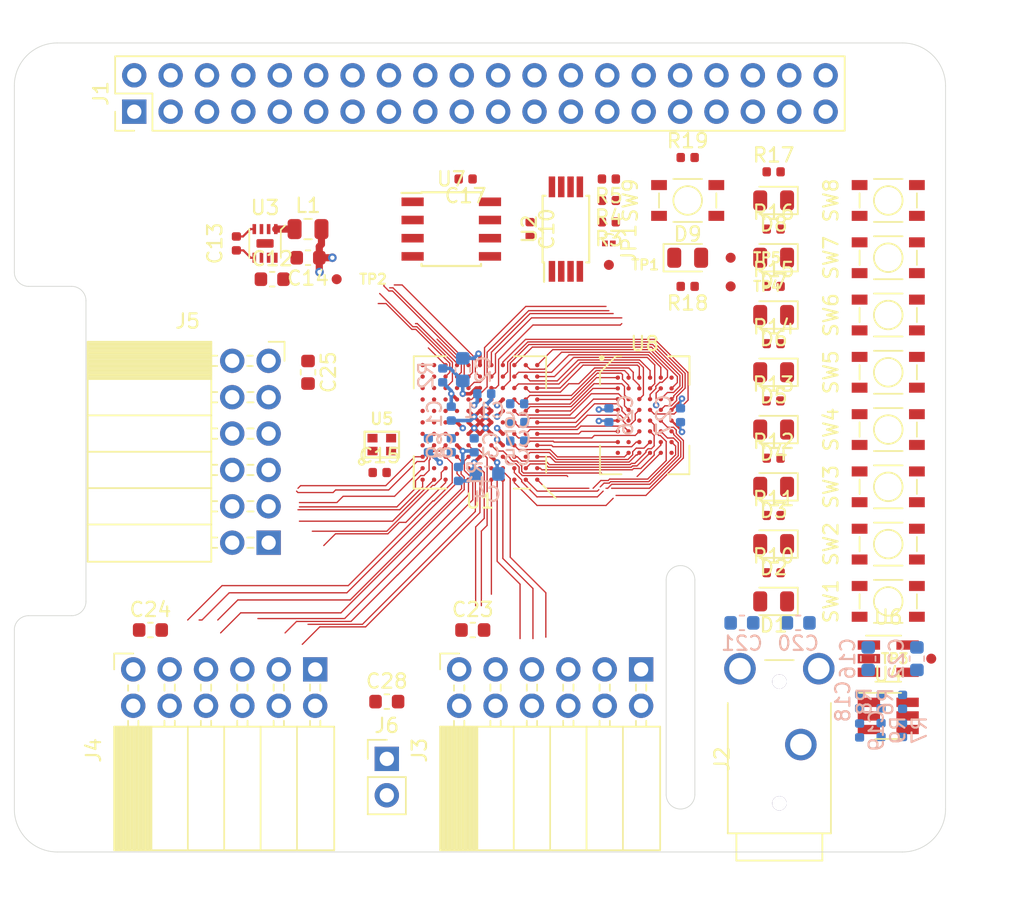
<source format=kicad_pcb>
(kicad_pcb (version 20171130) (host pcbnew 5.1.2+dfsg1-1)
  (layers (0 F.Cu signal) (1 In1.Cu power hide) (2 In2.Cu power) (31 B.Cu signal) (34 B.Paste user) (35 F.Paste user) (36 B.SilkS user hide) (37 F.SilkS user hide) (38 B.Mask user) (39 F.Mask user) (44 Edge.Cuts user))
  (net 0 "")
  (net 1 GND)
  (net 2 +1V2)
  (net 3 "Net-(C2-Pad2)")
  (net 4 "Net-(C2-Pad1)")
  (net 5 "Net-(C4-Pad2)")
  (net 6 "Net-(C4-Pad1)")
  (net 7 +3V3)
  (net 8 +5V)
  (net 9 "Net-(C13-Pad2)")
  (net 10 "Net-(C18-Pad1)")
  (net 11 "Net-(C19-Pad1)")
  (net 12 "Net-(C20-Pad1)")
  (net 13 "Net-(C21-Pad1)")
  (net 14 +3.3VDAC)
  (net 15 "Net-(D1-Pad1)")
  (net 16 /LED0)
  (net 17 /LED1)
  (net 18 "Net-(D2-Pad1)")
  (net 19 "Net-(D3-Pad1)")
  (net 20 /LED2)
  (net 21 /LED3)
  (net 22 "Net-(D4-Pad1)")
  (net 23 /LED4)
  (net 24 "Net-(D5-Pad1)")
  (net 25 "Net-(D6-Pad1)")
  (net 26 /LED5)
  (net 27 /LED6)
  (net 28 "Net-(D7-Pad1)")
  (net 29 "Net-(D8-Pad1)")
  (net 30 /LED7)
  (net 31 /GP13_FPGA_CDONE)
  (net 32 "Net-(J1-Pad3)")
  (net 33 "Net-(J1-Pad5)")
  (net 34 "Net-(J1-Pad7)")
  (net 35 /GP14_UART_TXD)
  (net 36 /GP15_UART_RXD)
  (net 37 "Net-(J1-Pad11)")
  (net 38 "Net-(J1-Pad12)")
  (net 39 /GP27_SDIO_DAT3)
  (net 40 /GP22_SDIO_CLK)
  (net 41 /GP23_SDIO_CMD)
  (net 42 /GP24_SDIO_DAT0)
  (net 43 /GP10_SPI_MOSI)
  (net 44 /GP9_SPI_MISO)
  (net 45 /GP25_SDIO_DAT1)
  (net 46 /GP11_SPI_SCK)
  (net 47 /GP8_SPI_~CS)
  (net 48 "Net-(J1-Pad26)")
  (net 49 /ID_SD)
  (net 50 /ID_SC)
  (net 51 "Net-(J1-Pad29)")
  (net 52 "Net-(J1-Pad31)")
  (net 53 /GP12_FPGA_~RST)
  (net 54 "Net-(J1-Pad35)")
  (net 55 "Net-(J1-Pad36)")
  (net 56 /GP26_SDIO_DAT2)
  (net 57 "Net-(J1-Pad38)")
  (net 58 "Net-(J1-Pad40)")
  (net 59 /IO0_0)
  (net 60 /IO0_1)
  (net 61 /IO0_2)
  (net 62 /IO0_3)
  (net 63 /IO0_4)
  (net 64 /IO0_5)
  (net 65 /IO0_6)
  (net 66 /IO0_7)
  (net 67 /IO1_7)
  (net 68 /IO1_6)
  (net 69 /IO1_5)
  (net 70 /IO1_4)
  (net 71 /IO1_3)
  (net 72 /IO1_2)
  (net 73 /IO1_1)
  (net 74 /IO1_0)
  (net 75 /IO2_0)
  (net 76 /IO2_1)
  (net 77 /IO2_2)
  (net 78 /IO2_3)
  (net 79 /IO2_4)
  (net 80 /IO2_5)
  (net 81 /IO2_6)
  (net 82 /IO2_7)
  (net 83 "Net-(JP1-Pad1)")
  (net 84 "Net-(L1-Pad1)")
  (net 85 "Net-(R6-Pad2)")
  (net 86 "Net-(R7-Pad2)")
  (net 87 /SW0)
  (net 88 /SW1)
  (net 89 /SW2)
  (net 90 /SW3)
  (net 91 /SW4)
  (net 92 /SW5)
  (net 93 /SW6)
  (net 94 /SW7)
  (net 95 /SRAM_DQ0)
  (net 96 /SRAM_DQ5)
  (net 97 /SRAM_DQ7)
  (net 98 /SRAM_DQ6)
  (net 99 /SRAM_DQ12)
  (net 100 /SRAM_A9)
  (net 101 /SRAM_A2)
  (net 102 /SRAM_A4)
  (net 103 /SRAM_A5)
  (net 104 /SRAM_A10)
  (net 105 /SRAM_DQ1)
  (net 106 /SRAM_DQ4)
  (net 107 /SRAM_DQ8)
  (net 108 /SRAM_DQ10)
  (net 109 /SRAM_DQ13)
  (net 110 /SRAM_DQ15)
  (net 111 /SRAM_A3)
  (net 112 /SRAM_A7)
  (net 113 /SRAM_A6)
  (net 114 /SRAM_A12)
  (net 115 /SRAM_DQ3)
  (net 116 /SRAM_DQ9)
  (net 117 /SRAM_DQ11)
  (net 118 /SRAM_A8)
  (net 119 /SRAM_A0)
  (net 120 /SRAM_A1)
  (net 121 /SRAM_A11)
  (net 122 /SRAM_A13)
  (net 123 /SRAM_A15)
  (net 124 /SRAM_DQ2)
  (net 125 /SRAM_DQ14)
  (net 126 /SRAM_A14)
  (net 127 /SRAM_A17)
  (net 128 /SRAM_A16)
  (net 129 /SRAM_~WE)
  (net 130 /SRAM_~OE)
  (net 131 /SRAM_~LB)
  (net 132 /SRAM_~UB)
  (net 133 /AUDIO_R_PWM)
  (net 134 "Net-(U1-PadB10)")
  (net 135 /CLK_OSC)
  (net 136 /AUDIO_L_PWM)
  (module Capacitor_SMD:C_0402_1005Metric (layer B.Cu) (at 128.9 108.1 90)
    (fp_text reference C8 (at 0 1.17 90) (layer B.SilkS) (effects (justify mirror)))
    (fp_text value 100n)
    (pad 2 smd roundrect (at 0.485 0 90) (size 0.59 0.64) (layers B.Cu B.Paste B.Mask) (net 1 GND))
    (pad 1 smd roundrect (at -0.485 0 90) (size 0.59 0.64) (layers B.Cu B.Paste B.Mask) (net 7 +3V3))
  )
  (module fpga_hat:BGA-121_11x11_9.0x9.0mm (layer F.Cu) (at 132.5 106.5 180)
    (fp_text reference U1 (at 0 -5.5) (layer F.SilkS))
    (fp_text value iCE40-HX8k-BG121)
    (pad A1 smd circle (at -4 -4 180) (size 0.3 0.3) (layers F.Cu F.Paste F.Mask) (net 79 /IO2_4))
    (pad B1 smd circle (at -4 -3.2 180) (size 0.3 0.3) (layers F.Cu F.Paste F.Mask) (net 129 /SRAM_~WE))
    (pad C1 smd circle (at -4 -2.4 180) (size 0.3 0.3) (layers F.Cu F.Paste F.Mask) (net 100 /SRAM_A9))
    (pad D1 smd circle (at -4 -1.6 180) (size 0.3 0.3) (layers F.Cu F.Paste F.Mask) (net 114 /SRAM_A12))
    (pad E1 smd circle (at -4 -0.8 180) (size 0.3 0.3) (layers F.Cu F.Paste F.Mask) (net 125 /SRAM_DQ14))
    (pad F1 smd circle (at -4 0 180) (size 0.3 0.3) (layers F.Cu F.Paste F.Mask) (net 99 /SRAM_DQ12))
    (pad G1 smd circle (at -4 0.8 180) (size 0.3 0.3) (layers F.Cu F.Paste F.Mask) (net 107 /SRAM_DQ8))
    (pad H1 smd circle (at -4 1.6 180) (size 0.3 0.3) (layers F.Cu F.Paste F.Mask) (net 132 /SRAM_~UB))
    (pad J1 smd circle (at -4 2.4 180) (size 0.3 0.3) (layers F.Cu F.Paste F.Mask) (net 119 /SRAM_A0))
    (pad K1 smd circle (at -4 3.2 180) (size 0.3 0.3) (layers F.Cu F.Paste F.Mask) (net 102 /SRAM_A4))
    (pad L1 smd circle (at -4 4 180) (size 0.3 0.3) (layers F.Cu F.Paste F.Mask) (net 95 /SRAM_DQ0))
    (pad A2 smd circle (at -3.2 -4 180) (size 0.3 0.3) (layers F.Cu F.Paste F.Mask) (net 77 /IO2_2))
    (pad B2 smd circle (at -3.2 -3.2 180) (size 0.3 0.3) (layers F.Cu F.Paste F.Mask) (net 104 /SRAM_A10))
    (pad C2 smd circle (at -3.2 -2.4 180) (size 0.3 0.3) (layers F.Cu F.Paste F.Mask) (net 122 /SRAM_A13))
    (pad D2 smd circle (at -3.2 -1.6 180) (size 0.3 0.3) (layers F.Cu F.Paste F.Mask) (net 110 /SRAM_DQ15))
    (pad E2 smd circle (at -3.2 -0.8 180) (size 0.3 0.3) (layers F.Cu F.Paste F.Mask) (net 109 /SRAM_DQ13))
    (pad F2 smd circle (at -3.2 0 180) (size 0.3 0.3) (layers F.Cu F.Paste F.Mask) (net 116 /SRAM_DQ9))
    (pad G2 smd circle (at -3.2 0.8 180) (size 0.3 0.3) (layers F.Cu F.Paste F.Mask) (net 108 /SRAM_DQ10))
    (pad H2 smd circle (at -3.2 1.6 180) (size 0.3 0.3) (layers F.Cu F.Paste F.Mask) (net 130 /SRAM_~OE))
    (pad J2 smd circle (at -3.2 2.4 180) (size 0.3 0.3) (layers F.Cu F.Paste F.Mask) (net 111 /SRAM_A3))
    (pad K2 smd circle (at -3.2 3.2 180) (size 0.3 0.3) (layers F.Cu F.Paste F.Mask) (net 120 /SRAM_A1))
    (pad L2 smd circle (at -3.2 4 180) (size 0.3 0.3) (layers F.Cu F.Paste F.Mask) (net 113 /SRAM_A6))
    (pad A3 smd circle (at -2.4 -4 180) (size 0.3 0.3) (layers F.Cu F.Paste F.Mask) (net 78 /IO2_3))
    (pad B3 smd circle (at -2.4 -3.2 180) (size 0.3 0.3) (layers F.Cu F.Paste F.Mask) (net 76 /IO2_1))
    (pad C3 smd circle (at -2.4 -2.4 180) (size 0.3 0.3) (layers F.Cu F.Paste F.Mask) (net 123 /SRAM_A15))
    (pad D3 smd circle (at -2.4 -1.6 180) (size 0.3 0.3) (layers F.Cu F.Paste F.Mask) (net 118 /SRAM_A8))
    (pad E3 smd circle (at -2.4 -0.8 180) (size 0.3 0.3) (layers F.Cu F.Paste F.Mask) (net 126 /SRAM_A14))
    (pad F3 smd circle (at -2.4 0 180) (size 0.3 0.3) (layers F.Cu F.Paste F.Mask) (net 127 /SRAM_A17))
    (pad G3 smd circle (at -2.4 0.8 180) (size 0.3 0.3) (layers F.Cu F.Paste F.Mask) (net 117 /SRAM_DQ11))
    (pad H3 smd circle (at -2.4 1.6 180) (size 0.3 0.3) (layers F.Cu F.Paste F.Mask) (net 131 /SRAM_~LB))
    (pad J3 smd circle (at -2.4 2.4 180) (size 0.3 0.3) (layers F.Cu F.Paste F.Mask) (net 103 /SRAM_A5))
    (pad K3 smd circle (at -2.4 3.2 180) (size 0.3 0.3) (layers F.Cu F.Paste F.Mask) (net 101 /SRAM_A2))
    (pad L3 smd circle (at -2.4 4 180) (size 0.3 0.3) (layers F.Cu F.Paste F.Mask) (net 105 /SRAM_DQ1))
    (pad A4 smd circle (at -1.6 -4 180) (size 0.3 0.3) (layers F.Cu F.Paste F.Mask) (net 68 /IO1_6))
    (pad B4 smd circle (at -1.6 -3.2 180) (size 0.3 0.3) (layers F.Cu F.Paste F.Mask) (net 75 /IO2_0))
    (pad C4 smd circle (at -1.6 -2.4 180) (size 0.3 0.3) (layers F.Cu F.Paste F.Mask) (net 121 /SRAM_A11))
    (pad D4 smd circle (at -1.6 -1.6 180) (size 0.3 0.3) (layers F.Cu F.Paste F.Mask) (net 2 +1V2))
    (pad E4 smd circle (at -1.6 -0.8 180) (size 0.3 0.3) (layers F.Cu F.Paste F.Mask) (net 7 +3V3))
    (pad F4 smd circle (at -1.6 0 180) (size 0.3 0.3) (layers F.Cu F.Paste F.Mask) (net 98 /SRAM_DQ6))
    (pad G4 smd circle (at -1.6 0.8 180) (size 0.3 0.3) (layers F.Cu F.Paste F.Mask) (net 7 +3V3))
    (pad H4 smd circle (at -1.6 1.6 180) (size 0.3 0.3) (layers F.Cu F.Paste F.Mask) (net 2 +1V2))
    (pad J4 smd circle (at -1.6 2.4 180) (size 0.3 0.3) (layers F.Cu F.Paste F.Mask) (net 124 /SRAM_DQ2))
    (pad K4 smd circle (at -1.6 3.2 180) (size 0.3 0.3) (layers F.Cu F.Paste F.Mask) (net 115 /SRAM_DQ3))
    (pad L4 smd circle (at -1.6 4 180) (size 0.3 0.3) (layers F.Cu F.Paste F.Mask) (net 112 /SRAM_A7))
    (pad A5 smd circle (at -0.8 -4 180) (size 0.3 0.3) (layers F.Cu F.Paste F.Mask) (net 70 /IO1_4))
    (pad B5 smd circle (at -0.8 -3.2 180) (size 0.3 0.3) (layers F.Cu F.Paste F.Mask) (net 69 /IO1_5))
    (pad C5 smd circle (at -0.8 -2.4 180) (size 0.3 0.3) (layers F.Cu F.Paste F.Mask) (net 5 "Net-(C4-Pad2)"))
    (pad D5 smd circle (at -0.8 -1.6 180) (size 0.3 0.3) (layers F.Cu F.Paste F.Mask) (net 67 /IO1_7))
    (pad E5 smd circle (at -0.8 -0.8 180) (size 0.3 0.3) (layers F.Cu F.Paste F.Mask) (net 1 GND))
    (pad F5 smd circle (at -0.8 0 180) (size 0.3 0.3) (layers F.Cu F.Paste F.Mask) (net 1 GND))
    (pad G5 smd circle (at -0.8 0.8 180) (size 0.3 0.3) (layers F.Cu F.Paste F.Mask) (net 1 GND))
    (pad H5 smd circle (at -0.8 1.6 180) (size 0.3 0.3) (layers F.Cu F.Paste F.Mask) (net 1 GND))
    (pad J5 smd circle (at -0.8 2.4 180) (size 0.3 0.3) (layers F.Cu F.Paste F.Mask) (net 96 /SRAM_DQ5))
    (pad K5 smd circle (at -0.8 3.2 180) (size 0.3 0.3) (layers F.Cu F.Paste F.Mask) (net 128 /SRAM_A16))
    (pad L5 smd circle (at -0.8 4 180) (size 0.3 0.3) (layers F.Cu F.Paste F.Mask) (net 56 /GP26_SDIO_DAT2))
    (pad A6 smd circle (at 0 -4 180) (size 0.3 0.3) (layers F.Cu F.Paste F.Mask) (net 71 /IO1_3))
    (pad B6 smd circle (at 0 -3.2 180) (size 0.3 0.3) (layers F.Cu F.Paste F.Mask) (net 81 /IO2_6))
    (pad C6 smd circle (at 0 -2.4 180) (size 0.3 0.3) (layers F.Cu F.Paste F.Mask) (net 6 "Net-(C4-Pad1)"))
    (pad D6 smd circle (at 0 -1.6 180) (size 0.3 0.3) (layers F.Cu F.Paste F.Mask) (net 7 +3V3))
    (pad E6 smd circle (at 0 -0.8 180) (size 0.3 0.3) (layers F.Cu F.Paste F.Mask) (net 1 GND))
    (pad F6 smd circle (at 0 0 180) (size 0.3 0.3) (layers F.Cu F.Paste F.Mask) (net 1 GND))
    (pad G6 smd circle (at 0 0.8 180) (size 0.3 0.3) (layers F.Cu F.Paste F.Mask) (net 1 GND))
    (pad H6 smd circle (at 0 1.6 180) (size 0.3 0.3) (layers F.Cu F.Paste F.Mask) (net 7 +3V3))
    (pad J6 smd circle (at 0 2.4 180) (size 0.3 0.3) (layers F.Cu F.Paste F.Mask) (net 4 "Net-(C2-Pad1)"))
    (pad K6 smd circle (at 0 3.2 180) (size 0.3 0.3) (layers F.Cu F.Paste F.Mask) (net 39 /GP27_SDIO_DAT3))
    (pad L6 smd circle (at 0 4 180) (size 0.3 0.3) (layers F.Cu F.Paste F.Mask) (net 3 "Net-(C2-Pad2)"))
    (pad A7 smd circle (at 0.8 -4 180) (size 0.3 0.3) (layers F.Cu F.Paste F.Mask) (net 72 /IO1_2))
    (pad B7 smd circle (at 0.8 -3.2 180) (size 0.3 0.3) (layers F.Cu F.Paste F.Mask) (net 80 /IO2_5))
    (pad C7 smd circle (at 0.8 -2.4 180) (size 0.3 0.3) (layers F.Cu F.Paste F.Mask) (net 73 /IO1_1))
    (pad D7 smd circle (at 0.8 -1.6 180) (size 0.3 0.3) (layers F.Cu F.Paste F.Mask) (net 66 /IO0_7))
    (pad E7 smd circle (at 0.8 -0.8 180) (size 0.3 0.3) (layers F.Cu F.Paste F.Mask) (net 1 GND))
    (pad F7 smd circle (at 0.8 0 180) (size 0.3 0.3) (layers F.Cu F.Paste F.Mask) (net 1 GND))
    (pad G7 smd circle (at 0.8 0.8 180) (size 0.3 0.3) (layers F.Cu F.Paste F.Mask) (net 1 GND))
    (pad H7 smd circle (at 0.8 1.6 180) (size 0.3 0.3) (layers F.Cu F.Paste F.Mask) (net 97 /SRAM_DQ7))
    (pad J7 smd circle (at 0.8 2.4 180) (size 0.3 0.3) (layers F.Cu F.Paste F.Mask) (net 106 /SRAM_DQ4))
    (pad K7 smd circle (at 0.8 3.2 180) (size 0.3 0.3) (layers F.Cu F.Paste F.Mask) (net 133 /AUDIO_R_PWM))
    (pad L7 smd circle (at 0.8 4 180) (size 0.3 0.3) (layers F.Cu F.Paste F.Mask) (net 41 /GP23_SDIO_CMD))
    (pad A8 smd circle (at 1.6 -4 180) (size 0.3 0.3) (layers F.Cu F.Paste F.Mask) (net 74 /IO1_0))
    (pad B8 smd circle (at 1.6 -3.2 180) (size 0.3 0.3) (layers F.Cu F.Paste F.Mask) (net 63 /IO0_4))
    (pad C8 smd circle (at 1.6 -2.4 180) (size 0.3 0.3) (layers F.Cu F.Paste F.Mask) (net 65 /IO0_6))
    (pad D8 smd circle (at 1.6 -1.6 180) (size 0.3 0.3) (layers F.Cu F.Paste F.Mask) (net 2 +1V2))
    (pad E8 smd circle (at 1.6 -0.8 180) (size 0.3 0.3) (layers F.Cu F.Paste F.Mask) (net 90 /SW3))
    (pad F8 smd circle (at 1.6 0 180) (size 0.3 0.3) (layers F.Cu F.Paste F.Mask) (net 7 +3V3))
    (pad G8 smd circle (at 1.6 0.8 180) (size 0.3 0.3) (layers F.Cu F.Paste F.Mask) (net 21 /LED3))
    (pad H8 smd circle (at 1.6 1.6 180) (size 0.3 0.3) (layers F.Cu F.Paste F.Mask) (net 2 +1V2))
    (pad J8 smd circle (at 1.6 2.4 180) (size 0.3 0.3) (layers F.Cu F.Paste F.Mask) (net 40 /GP22_SDIO_CLK))
    (pad K8 smd circle (at 1.6 3.2 180) (size 0.3 0.3) (layers F.Cu F.Paste F.Mask) (net 31 /GP13_FPGA_CDONE))
    (pad L8 smd circle (at 1.6 4 180) (size 0.3 0.3) (layers F.Cu F.Paste F.Mask) (net 42 /GP24_SDIO_DAT0))
    (pad A9 smd circle (at 2.4 -4 180) (size 0.3 0.3) (layers F.Cu F.Paste F.Mask) (net 64 /IO0_5))
    (pad B9 smd circle (at 2.4 -3.2 180) (size 0.3 0.3) (layers F.Cu F.Paste F.Mask) (net 62 /IO0_3))
    (pad C9 smd circle (at 2.4 -2.4 180) (size 0.3 0.3) (layers F.Cu F.Paste F.Mask) (net 61 /IO0_2))
    (pad D9 smd circle (at 2.4 -1.6 180) (size 0.3 0.3) (layers F.Cu F.Paste F.Mask) (net 91 /SW4))
    (pad E9 smd circle (at 2.4 -0.8 180) (size 0.3 0.3) (layers F.Cu F.Paste F.Mask) (net 89 /SW2))
    (pad F9 smd circle (at 2.4 0 180) (size 0.3 0.3) (layers F.Cu F.Paste F.Mask) (net 88 /SW1))
    (pad G9 smd circle (at 2.4 0.8 180) (size 0.3 0.3) (layers F.Cu F.Paste F.Mask) (net 27 /LED6))
    (pad H9 smd circle (at 2.4 1.6 180) (size 0.3 0.3) (layers F.Cu F.Paste F.Mask) (net 45 /GP25_SDIO_DAT1))
    (pad J9 smd circle (at 2.4 2.4 180) (size 0.3 0.3) (layers F.Cu F.Paste F.Mask) (net 44 /GP9_SPI_MISO))
    (pad K9 smd circle (at 2.4 3.2 180) (size 0.3 0.3) (layers F.Cu F.Paste F.Mask) (net 43 /GP10_SPI_MOSI))
    (pad L9 smd circle (at 2.4 4 180) (size 0.3 0.3) (layers F.Cu F.Paste F.Mask) (net 53 /GP12_FPGA_~RST))
    (pad A10 smd circle (at 3.2 -4 180) (size 0.3 0.3) (layers F.Cu F.Paste F.Mask) (net 60 /IO0_1))
    (pad B10 smd circle (at 3.2 -3.2 180) (size 0.3 0.3) (layers F.Cu F.Paste F.Mask) (net 134 "Net-(U1-PadB10)"))
    (pad C10 smd circle (at 3.2 -2.4 180) (size 0.3 0.3) (layers F.Cu F.Paste F.Mask) (net 7 +3V3))
    (pad D10 smd circle (at 3.2 -1.6 180) (size 0.3 0.3) (layers F.Cu F.Paste F.Mask) (net 94 /SW7))
    (pad E10 smd circle (at 3.2 -0.8 180) (size 0.3 0.3) (layers F.Cu F.Paste F.Mask) (net 135 /CLK_OSC))
    (pad F10 smd circle (at 3.2 0 180) (size 0.3 0.3) (layers F.Cu F.Paste F.Mask) (net 87 /SW0))
    (pad G10 smd circle (at 3.2 0.8 180) (size 0.3 0.3) (layers F.Cu F.Paste F.Mask) (net 26 /LED5))
    (pad H10 smd circle (at 3.2 1.6 180) (size 0.3 0.3) (layers F.Cu F.Paste F.Mask) (net 17 /LED1))
    (pad J10 smd circle (at 3.2 2.4 180) (size 0.3 0.3) (layers F.Cu F.Paste F.Mask) (net 20 /LED2))
    (pad K10 smd circle (at 3.2 3.2 180) (size 0.3 0.3) (layers F.Cu F.Paste F.Mask) (net 47 /GP8_SPI_~CS))
    (pad L10 smd circle (at 3.2 4 180) (size 0.3 0.3) (layers F.Cu F.Paste F.Mask) (net 46 /GP11_SPI_SCK))
    (pad A11 smd circle (at 4 -4 180) (size 0.3 0.3) (layers F.Cu F.Paste F.Mask) (net 59 /IO0_0))
    (pad B11 smd circle (at 4 -3.2 180) (size 0.3 0.3) (layers F.Cu F.Paste F.Mask) (net 36 /GP15_UART_RXD))
    (pad C11 smd circle (at 4 -2.4 180) (size 0.3 0.3) (layers F.Cu F.Paste F.Mask) (net 35 /GP14_UART_TXD))
    (pad D11 smd circle (at 4 -1.6 180) (size 0.3 0.3) (layers F.Cu F.Paste F.Mask) (net 93 /SW6))
    (pad E11 smd circle (at 4 -0.8 180) (size 0.3 0.3) (layers F.Cu F.Paste F.Mask) (net 92 /SW5))
    (pad F11 smd circle (at 4 0 180) (size 0.3 0.3) (layers F.Cu F.Paste F.Mask) (net 136 /AUDIO_L_PWM))
    (pad G11 smd circle (at 4 0.8 180) (size 0.3 0.3) (layers F.Cu F.Paste F.Mask) (net 30 /LED7))
    (pad H11 smd circle (at 4 1.6 180) (size 0.3 0.3) (layers F.Cu F.Paste F.Mask) (net 23 /LED4))
    (pad J11 smd circle (at 4 2.4 180) (size 0.3 0.3) (layers F.Cu F.Paste F.Mask) (net 82 /IO2_7))
    (pad K11 smd circle (at 4 3.2 180) (size 0.3 0.3) (layers F.Cu F.Paste F.Mask) (net 16 /LED0))
    (pad L11 smd circle (at 4 4 180) (size 0.3 0.3) (layers F.Cu F.Paste F.Mask) (net 7 +3V3))
  )
  (module fpga_hat:MOUNTHOLE_M2.5 (layer F.Cu) (at 161.5 83.5)
    (fp_text reference REF** hide)
    (fp_text value MOUNTHOLE_M2.5 hide)
    (pad "" np_thru_hole circle (at 0 0) (size 2.75 2.75) (drill 2.75) (layers *.Cu *.Mask) (thermal_gap 1.9))
  )
  (module fpga_hat:MOUNTHOLE_M2.5 (layer F.Cu) (at 161.5 133)
    (fp_text reference REF** hide)
    (fp_text value MOUNTHOLE_M2.5 hide)
    (pad "" np_thru_hole circle (at 0 0) (size 2.75 2.75) (drill 2.75) (layers *.Cu *.Mask) (thermal_gap 1.9))
  )
  (module fpga_hat:MOUNTHOLE_M2.5 (layer F.Cu) (at 103.5 133)
    (fp_text reference REF** hide)
    (fp_text value MOUNTHOLE_M2.5 hide)
    (pad "" np_thru_hole circle (at 0 0) (size 2.75 2.75) (drill 2.75) (layers *.Cu *.Mask) (thermal_gap 1.9))
  )
  (module fpga_hat:MOUNTHOLE_M2.5 (layer F.Cu) (at 103.5 83.5)
    (fp_text reference REF** hide)
    (fp_text value MOUNTHOLE_M2.5 hide)
    (pad "" np_thru_hole circle (at 0 0) (size 2.75 2.75) (drill 2.75) (layers *.Cu *.Mask) (thermal_gap 1.9))
  )
  (module Capacitor_SMD:C_0402_1005Metric (layer B.Cu) (at 130.5 105.885 270)
    (fp_text reference C1 (at 0 1.17 90) (layer B.SilkS) (effects (justify mirror)))
    (fp_text value 100n)
    (pad 2 smd roundrect (at 0.485 0 270) (size 0.59 0.64) (layers B.Cu B.Paste B.Mask) (net 1 GND))
    (pad 1 smd roundrect (at -0.485 0 270) (size 0.59 0.64) (layers B.Cu B.Paste B.Mask) (net 2 +1V2))
  )
  (module Capacitor_SMD:C_0603_1608Metric (layer B.Cu) (at 131.3 102.8125 90)
    (fp_text reference C2 (at 0 1.43 90) (layer B.SilkS) (effects (justify mirror)))
    (fp_text value 4u7)
    (pad 2 smd roundrect (at 0.7875 0 90) (size 0.875 0.95) (layers B.Cu B.Paste B.Mask) (net 3 "Net-(C2-Pad2)"))
    (pad 1 smd roundrect (at -0.7875 0 90) (size 0.875 0.95) (layers B.Cu B.Paste B.Mask) (net 4 "Net-(C2-Pad1)"))
  )
  (module Capacitor_SMD:C_0402_1005Metric (layer B.Cu) (at 132.1 108.1 90)
    (fp_text reference C3 (at 0 1.17 90) (layer B.SilkS) (effects (justify mirror)))
    (fp_text value 100n)
    (pad 1 smd roundrect (at -0.485 0 90) (size 0.59 0.64) (layers B.Cu B.Paste B.Mask) (net 2 +1V2))
    (pad 2 smd roundrect (at 0.485 0 90) (size 0.59 0.64) (layers B.Cu B.Paste B.Mask) (net 1 GND))
  )
  (module Capacitor_SMD:C_0603_1608Metric (layer B.Cu) (at 133 110.1)
    (fp_text reference C4 (at 0 1.43) (layer B.SilkS) (effects (justify mirror)))
    (fp_text value 4u7)
    (pad 1 smd roundrect (at -0.7875 0) (size 0.875 0.95) (layers B.Cu B.Paste B.Mask) (net 6 "Net-(C4-Pad1)"))
    (pad 2 smd roundrect (at 0.7875 0) (size 0.875 0.95) (layers B.Cu B.Paste B.Mask) (net 5 "Net-(C4-Pad2)"))
  )
  (module Capacitor_SMD:C_0402_1005Metric (layer B.Cu) (at 135.1 107.8)
    (fp_text reference C5 (at 0 1.17 180) (layer B.SilkS) (effects (justify mirror)))
    (fp_text value 100n)
    (pad 1 smd roundrect (at -0.485 0) (size 0.59 0.64) (layers B.Cu B.Paste B.Mask) (net 2 +1V2))
    (pad 2 smd roundrect (at 0.485 0) (size 0.59 0.64) (layers B.Cu B.Paste B.Mask) (net 1 GND))
  )
  (module Capacitor_SMD:C_0402_1005Metric (layer B.Cu) (at 135.1 105.2)
    (fp_text reference C6 (at 0 1.17) (layer B.SilkS) (effects (justify mirror)))
    (fp_text value 100n)
    (pad 2 smd roundrect (at 0.485 0) (size 0.59 0.64) (layers B.Cu B.Paste B.Mask) (net 1 GND))
    (pad 1 smd roundrect (at -0.485 0) (size 0.59 0.64) (layers B.Cu B.Paste B.Mask) (net 2 +1V2))
  )
  (module Capacitor_SMD:C_0402_1005Metric (layer B.Cu) (at 135.115 106.5)
    (fp_text reference C7 (at 0 1.17 180) (layer B.SilkS) (effects (justify mirror)))
    (fp_text value 100n)
    (pad 2 smd roundrect (at 0.485 0) (size 0.59 0.64) (layers B.Cu B.Paste B.Mask) (net 1 GND))
    (pad 1 smd roundrect (at -0.485 0) (size 0.59 0.64) (layers B.Cu B.Paste B.Mask) (net 7 +3V3))
  )
  (module Capacitor_SMD:C_0402_1005Metric (layer B.Cu) (at 130.5 108.1 270)
    (fp_text reference C9 (at 0 1.17 90) (layer B.SilkS) (effects (justify mirror)))
    (fp_text value 100n)
    (pad 2 smd roundrect (at 0.485 0 270) (size 0.59 0.64) (layers B.Cu B.Paste B.Mask) (net 1 GND))
    (pad 1 smd roundrect (at -0.485 0 270) (size 0.59 0.64) (layers B.Cu B.Paste B.Mask) (net 7 +3V3))
  )
  (module Capacitor_SMD:C_0402_1005Metric (layer F.Cu) (at 136 93 270)
    (fp_text reference C10 (at 0 -1.17 90) (layer F.SilkS))
    (fp_text value 100n)
    (pad 2 smd roundrect (at 0.485 0 270) (size 0.59 0.64) (layers F.Cu F.Paste F.Mask) (net 1 GND))
    (pad 1 smd roundrect (at -0.485 0 270) (size 0.59 0.64) (layers F.Cu F.Paste F.Mask) (net 7 +3V3))
  )
  (module Capacitor_SMD:C_0402_1005Metric (layer B.Cu) (at 132.8 104.5)
    (fp_text reference C11 (at 0 1.17) (layer B.SilkS) (effects (justify mirror)))
    (fp_text value 100n)
    (pad 1 smd roundrect (at -0.485 0) (size 0.59 0.64) (layers B.Cu B.Paste B.Mask) (net 7 +3V3))
    (pad 2 smd roundrect (at 0.485 0) (size 0.59 0.64) (layers B.Cu B.Paste B.Mask) (net 1 GND))
  )
  (module Capacitor_SMD:C_0603_1608Metric (layer F.Cu) (at 118 96.5)
    (fp_text reference C12 (at 0 -1.43) (layer F.SilkS))
    (fp_text value 4u7)
    (pad 2 smd roundrect (at 0.7875 0) (size 0.875 0.95) (layers F.Cu F.Paste F.Mask) (net 1 GND))
    (pad 1 smd roundrect (at -0.7875 0) (size 0.875 0.95) (layers F.Cu F.Paste F.Mask) (net 8 +5V))
  )
  (module Capacitor_SMD:C_0402_1005Metric (layer F.Cu) (at 115.5 94 270)
    (fp_text reference C13 (at 0 1.5 90) (layer F.SilkS))
    (fp_text value 560p)
    (pad 1 smd roundrect (at -0.485 0 270) (size 0.59 0.64) (layers F.Cu F.Paste F.Mask) (net 2 +1V2))
    (pad 2 smd roundrect (at 0.485 0 270) (size 0.59 0.64) (layers F.Cu F.Paste F.Mask) (net 9 "Net-(C13-Pad2)"))
  )
  (module Capacitor_SMD:C_0603_1608Metric (layer F.Cu) (at 120.5 95 180)
    (fp_text reference C14 (at 0 -1.43) (layer F.SilkS))
    (fp_text value 4u7)
    (pad 2 smd roundrect (at 0.7875 0 180) (size 0.875 0.95) (layers F.Cu F.Paste F.Mask) (net 1 GND))
    (pad 1 smd roundrect (at -0.7875 0 180) (size 0.875 0.95) (layers F.Cu F.Paste F.Mask) (net 2 +1V2))
  )
  (module Capacitor_SMD:C_0402_1005Metric (layer F.Cu) (at 125.5 110)
    (fp_text reference C15 (at 0 -1.17) (layer F.SilkS))
    (fp_text value 100n)
    (pad 2 smd roundrect (at 0.485 0) (size 0.59 0.64) (layers F.Cu F.Paste F.Mask) (net 1 GND))
    (pad 1 smd roundrect (at -0.485 0) (size 0.59 0.64) (layers F.Cu F.Paste F.Mask) (net 7 +3V3))
  )
  (module Capacitor_SMD:C_0603_1608Metric (layer B.Cu) (at 159.6 123 270)
    (fp_text reference C16 (at 0 1.43 90) (layer B.SilkS) (effects (justify mirror)))
    (fp_text value 1u)
    (pad 1 smd roundrect (at -0.7875 0 270) (size 0.875 0.95) (layers B.Cu B.Paste B.Mask) (net 8 +5V))
    (pad 2 smd roundrect (at 0.7875 0 270) (size 0.875 0.95) (layers B.Cu B.Paste B.Mask) (net 1 GND))
  )
  (module Capacitor_SMD:C_0402_1005Metric (layer F.Cu) (at 131.5 89.5 180)
    (fp_text reference C17 (at 0 -1.17) (layer F.SilkS))
    (fp_text value 100n)
    (pad 1 smd roundrect (at -0.485 0 180) (size 0.59 0.64) (layers F.Cu F.Paste F.Mask) (net 7 +3V3))
    (pad 2 smd roundrect (at 0.485 0 180) (size 0.59 0.64) (layers F.Cu F.Paste F.Mask) (net 1 GND))
  )
  (module Capacitor_SMD:C_0402_1005Metric (layer B.Cu) (at 159 125.985 270)
    (fp_text reference C18 (at 0 1.17 90) (layer B.SilkS) (effects (justify mirror)))
    (fp_text value 100n)
    (pad 1 smd roundrect (at -0.485 0 270) (size 0.59 0.64) (layers B.Cu B.Paste B.Mask) (net 10 "Net-(C18-Pad1)"))
    (pad 2 smd roundrect (at 0.485 0 270) (size 0.59 0.64) (layers B.Cu B.Paste B.Mask) (net 1 GND))
  )
  (module Capacitor_SMD:C_0402_1005Metric (layer B.Cu) (at 159 128.015 90)
    (fp_text reference C19 (at 0 1.17 90) (layer B.SilkS) (effects (justify mirror)))
    (fp_text value 100n)
    (pad 1 smd roundrect (at -0.485 0 90) (size 0.59 0.64) (layers B.Cu B.Paste B.Mask) (net 11 "Net-(C19-Pad1)"))
    (pad 2 smd roundrect (at 0.485 0 90) (size 0.59 0.64) (layers B.Cu B.Paste B.Mask) (net 1 GND))
  )
  (module Capacitor_SMD:C_0603_1608Metric (layer B.Cu) (at 154.7125 120.5)
    (fp_text reference C20 (at 0 1.43) (layer B.SilkS) (effects (justify mirror)))
    (fp_text value 4u7)
    (pad 1 smd roundrect (at -0.7875 0) (size 0.875 0.95) (layers B.Cu B.Paste B.Mask) (net 12 "Net-(C20-Pad1)"))
    (pad 2 smd roundrect (at 0.7875 0) (size 0.875 0.95) (layers B.Cu B.Paste B.Mask) (net 10 "Net-(C18-Pad1)"))
  )
  (module Capacitor_SMD:C_0603_1608Metric (layer B.Cu) (at 150.7875 120.5)
    (fp_text reference C21 (at 0 1.43) (layer B.SilkS) (effects (justify mirror)))
    (fp_text value 4u7)
    (pad 1 smd roundrect (at -0.7875 0) (size 0.875 0.95) (layers B.Cu B.Paste B.Mask) (net 13 "Net-(C21-Pad1)"))
    (pad 2 smd roundrect (at 0.7875 0) (size 0.875 0.95) (layers B.Cu B.Paste B.Mask) (net 11 "Net-(C19-Pad1)"))
  )
  (module Capacitor_SMD:C_0603_1608Metric (layer B.Cu) (at 163 123 270)
    (fp_text reference C22 (at 0 1.43 90) (layer B.SilkS) (effects (justify mirror)))
    (fp_text value 1u)
    (pad 2 smd roundrect (at 0.7875 0 270) (size 0.875 0.95) (layers B.Cu B.Paste B.Mask) (net 1 GND))
    (pad 1 smd roundrect (at -0.7875 0 270) (size 0.875 0.95) (layers B.Cu B.Paste B.Mask) (net 14 +3.3VDAC))
  )
  (module Capacitor_SMD:C_0603_1608Metric (layer F.Cu) (at 132 121)
    (fp_text reference C23 (at 0 -1.43) (layer F.SilkS))
    (fp_text value 1u)
    (pad 2 smd roundrect (at 0.7875 0) (size 0.875 0.95) (layers F.Cu F.Paste F.Mask) (net 1 GND))
    (pad 1 smd roundrect (at -0.7875 0) (size 0.875 0.95) (layers F.Cu F.Paste F.Mask) (net 7 +3V3))
  )
  (module Capacitor_SMD:C_0603_1608Metric (layer F.Cu) (at 109.5 121)
    (fp_text reference C24 (at 0 -1.43) (layer F.SilkS))
    (fp_text value 1u)
    (pad 1 smd roundrect (at -0.7875 0) (size 0.875 0.95) (layers F.Cu F.Paste F.Mask) (net 7 +3V3))
    (pad 2 smd roundrect (at 0.7875 0) (size 0.875 0.95) (layers F.Cu F.Paste F.Mask) (net 1 GND))
  )
  (module Capacitor_SMD:C_0603_1608Metric (layer F.Cu) (at 120.5 103 270)
    (fp_text reference C25 (at 0 -1.43 90) (layer F.SilkS))
    (fp_text value 1u)
    (pad 2 smd roundrect (at 0.7875 0 270) (size 0.875 0.95) (layers F.Cu F.Paste F.Mask) (net 1 GND))
    (pad 1 smd roundrect (at -0.7875 0 270) (size 0.875 0.95) (layers F.Cu F.Paste F.Mask) (net 7 +3V3))
  )
  (module Capacitor_SMD:C_0402_1005Metric (layer B.Cu) (at 141.5 106 90)
    (fp_text reference C26 (at 0 1.17 270) (layer B.SilkS) (effects (justify mirror)))
    (fp_text value 100n)
    (pad 1 smd roundrect (at -0.485 0 90) (size 0.59 0.64) (layers B.Cu B.Paste B.Mask) (net 7 +3V3))
    (pad 2 smd roundrect (at 0.485 0 90) (size 0.59 0.64) (layers B.Cu B.Paste B.Mask) (net 1 GND))
  )
  (module Capacitor_SMD:C_0402_1005Metric (layer B.Cu) (at 146.5 106 270)
    (fp_text reference C27 (at 0 1.17 270) (layer B.SilkS) (effects (justify mirror)))
    (fp_text value 100n)
    (pad 2 smd roundrect (at 0.485 0 270) (size 0.59 0.64) (layers B.Cu B.Paste B.Mask) (net 1 GND))
    (pad 1 smd roundrect (at -0.485 0 270) (size 0.59 0.64) (layers B.Cu B.Paste B.Mask) (net 7 +3V3))
  )
  (module Capacitor_SMD:C_0603_1608Metric (layer F.Cu) (at 126 126)
    (fp_text reference C28 (at 0 -1.43) (layer F.SilkS))
    (fp_text value 1u)
    (pad 1 smd roundrect (at -0.7875 0) (size 0.875 0.95) (layers F.Cu F.Paste F.Mask) (net 8 +5V))
    (pad 2 smd roundrect (at 0.7875 0) (size 0.875 0.95) (layers F.Cu F.Paste F.Mask) (net 1 GND))
  )
  (module LED_SMD:LED_0805_2012Metric (layer F.Cu) (at 153 119 180)
    (fp_text reference D1 (at 0 -1.65) (layer F.SilkS))
    (fp_text value LED)
    (pad 1 smd roundrect (at -0.9375 0 180) (size 0.975 1.4) (layers F.Cu F.Paste F.Mask) (net 15 "Net-(D1-Pad1)"))
    (pad 2 smd roundrect (at 0.9375 0 180) (size 0.975 1.4) (layers F.Cu F.Paste F.Mask) (net 16 /LED0))
  )
  (module LED_SMD:LED_0805_2012Metric (layer F.Cu) (at 153 115 180)
    (fp_text reference D2 (at 0 -1.65) (layer F.SilkS))
    (fp_text value LED)
    (pad 1 smd roundrect (at -0.9375 0 180) (size 0.975 1.4) (layers F.Cu F.Paste F.Mask) (net 18 "Net-(D2-Pad1)"))
    (pad 2 smd roundrect (at 0.9375 0 180) (size 0.975 1.4) (layers F.Cu F.Paste F.Mask) (net 17 /LED1))
  )
  (module LED_SMD:LED_0805_2012Metric (layer F.Cu) (at 153 111 180)
    (fp_text reference D3 (at 0 -1.65) (layer F.SilkS))
    (fp_text value LED)
    (pad 2 smd roundrect (at 0.9375 0 180) (size 0.975 1.4) (layers F.Cu F.Paste F.Mask) (net 20 /LED2))
    (pad 1 smd roundrect (at -0.9375 0 180) (size 0.975 1.4) (layers F.Cu F.Paste F.Mask) (net 19 "Net-(D3-Pad1)"))
  )
  (module LED_SMD:LED_0805_2012Metric (layer F.Cu) (at 153 107 180)
    (fp_text reference D4 (at 0 -1.65) (layer F.SilkS))
    (fp_text value LED)
    (pad 1 smd roundrect (at -0.9375 0 180) (size 0.975 1.4) (layers F.Cu F.Paste F.Mask) (net 22 "Net-(D4-Pad1)"))
    (pad 2 smd roundrect (at 0.9375 0 180) (size 0.975 1.4) (layers F.Cu F.Paste F.Mask) (net 21 /LED3))
  )
  (module LED_SMD:LED_0805_2012Metric (layer F.Cu) (at 153 103 180)
    (fp_text reference D5 (at 0 -1.65) (layer F.SilkS))
    (fp_text value LED)
    (pad 2 smd roundrect (at 0.9375 0 180) (size 0.975 1.4) (layers F.Cu F.Paste F.Mask) (net 23 /LED4))
    (pad 1 smd roundrect (at -0.9375 0 180) (size 0.975 1.4) (layers F.Cu F.Paste F.Mask) (net 24 "Net-(D5-Pad1)"))
  )
  (module LED_SMD:LED_0805_2012Metric (layer F.Cu) (at 153 99 180)
    (fp_text reference D6 (at 0 -1.65) (layer F.SilkS))
    (fp_text value LED)
    (pad 1 smd roundrect (at -0.9375 0 180) (size 0.975 1.4) (layers F.Cu F.Paste F.Mask) (net 25 "Net-(D6-Pad1)"))
    (pad 2 smd roundrect (at 0.9375 0 180) (size 0.975 1.4) (layers F.Cu F.Paste F.Mask) (net 26 /LED5))
  )
  (module LED_SMD:LED_0805_2012Metric (layer F.Cu) (at 153 95 180)
    (fp_text reference D7 (at 0 -1.65) (layer F.SilkS))
    (fp_text value LED)
    (pad 2 smd roundrect (at 0.9375 0 180) (size 0.975 1.4) (layers F.Cu F.Paste F.Mask) (net 27 /LED6))
    (pad 1 smd roundrect (at -0.9375 0 180) (size 0.975 1.4) (layers F.Cu F.Paste F.Mask) (net 28 "Net-(D7-Pad1)"))
  )
  (module LED_SMD:LED_0805_2012Metric (layer F.Cu) (at 153 91 180)
    (fp_text reference D8 (at 0 -1.65) (layer F.SilkS))
    (fp_text value LED)
    (pad 1 smd roundrect (at -0.9375 0 180) (size 0.975 1.4) (layers F.Cu F.Paste F.Mask) (net 29 "Net-(D8-Pad1)"))
    (pad 2 smd roundrect (at 0.9375 0 180) (size 0.975 1.4) (layers F.Cu F.Paste F.Mask) (net 30 /LED7))
  )
  (module LED_SMD:LED_0805_2012Metric (layer F.Cu) (at 147 95)
    (fp_text reference D9 (at 0 -1.65) (layer F.SilkS))
    (fp_text value LED)
    (pad 2 smd roundrect (at 0.9375 0) (size 0.975 1.4) (layers F.Cu F.Paste F.Mask) (net 31 /GP13_FPGA_CDONE))
    (pad 1 smd roundrect (at -0.9375 0) (size 0.975 1.4) (layers F.Cu F.Paste F.Mask) (net 1 GND))
  )
  (module Connector_PinHeader_2.54mm:PinHeader_2x20_P2.54mm_Vertical (layer F.Cu) (at 108.37 84.8 90)
    (fp_text reference J1 (at 1.27 -2.33 90) (layer F.SilkS))
    (fp_text value 2x20)
    (pad 1 thru_hole rect (at 0 0 90) (size 1.7 1.7) (drill 1) (layers *.Cu *.Mask) (net 7 +3V3))
    (pad 2 thru_hole oval (at 2.54 0 90) (size 1.7 1.7) (drill 1) (layers *.Cu *.Mask) (net 8 +5V))
    (pad 3 thru_hole oval (at 0 2.54 90) (size 1.7 1.7) (drill 1) (layers *.Cu *.Mask) (net 32 "Net-(J1-Pad3)"))
    (pad 4 thru_hole oval (at 2.54 2.54 90) (size 1.7 1.7) (drill 1) (layers *.Cu *.Mask) (net 8 +5V))
    (pad 5 thru_hole oval (at 0 5.08 90) (size 1.7 1.7) (drill 1) (layers *.Cu *.Mask) (net 33 "Net-(J1-Pad5)"))
    (pad 6 thru_hole oval (at 2.54 5.08 90) (size 1.7 1.7) (drill 1) (layers *.Cu *.Mask) (net 1 GND))
    (pad 7 thru_hole oval (at 0 7.62 90) (size 1.7 1.7) (drill 1) (layers *.Cu *.Mask) (net 34 "Net-(J1-Pad7)"))
    (pad 8 thru_hole oval (at 2.54 7.62 90) (size 1.7 1.7) (drill 1) (layers *.Cu *.Mask) (net 35 /GP14_UART_TXD))
    (pad 9 thru_hole oval (at 0 10.16 90) (size 1.7 1.7) (drill 1) (layers *.Cu *.Mask) (net 1 GND))
    (pad 10 thru_hole oval (at 2.54 10.16 90) (size 1.7 1.7) (drill 1) (layers *.Cu *.Mask) (net 36 /GP15_UART_RXD))
    (pad 11 thru_hole oval (at 0 12.7 90) (size 1.7 1.7) (drill 1) (layers *.Cu *.Mask) (net 37 "Net-(J1-Pad11)"))
    (pad 12 thru_hole oval (at 2.54 12.7 90) (size 1.7 1.7) (drill 1) (layers *.Cu *.Mask) (net 38 "Net-(J1-Pad12)"))
    (pad 13 thru_hole oval (at 0 15.24 90) (size 1.7 1.7) (drill 1) (layers *.Cu *.Mask) (net 39 /GP27_SDIO_DAT3))
    (pad 14 thru_hole oval (at 2.54 15.24 90) (size 1.7 1.7) (drill 1) (layers *.Cu *.Mask) (net 1 GND))
    (pad 15 thru_hole oval (at 0 17.78 90) (size 1.7 1.7) (drill 1) (layers *.Cu *.Mask) (net 40 /GP22_SDIO_CLK))
    (pad 16 thru_hole oval (at 2.54 17.78 90) (size 1.7 1.7) (drill 1) (layers *.Cu *.Mask) (net 41 /GP23_SDIO_CMD))
    (pad 17 thru_hole oval (at 0 20.32 90) (size 1.7 1.7) (drill 1) (layers *.Cu *.Mask) (net 7 +3V3))
    (pad 18 thru_hole oval (at 2.54 20.32 90) (size 1.7 1.7) (drill 1) (layers *.Cu *.Mask) (net 42 /GP24_SDIO_DAT0))
    (pad 19 thru_hole oval (at 0 22.86 90) (size 1.7 1.7) (drill 1) (layers *.Cu *.Mask) (net 43 /GP10_SPI_MOSI))
    (pad 20 thru_hole oval (at 2.54 22.86 90) (size 1.7 1.7) (drill 1) (layers *.Cu *.Mask) (net 1 GND))
    (pad 21 thru_hole oval (at 0 25.4 90) (size 1.7 1.7) (drill 1) (layers *.Cu *.Mask) (net 44 /GP9_SPI_MISO))
    (pad 22 thru_hole oval (at 2.54 25.4 90) (size 1.7 1.7) (drill 1) (layers *.Cu *.Mask) (net 45 /GP25_SDIO_DAT1))
    (pad 23 thru_hole oval (at 0 27.94 90) (size 1.7 1.7) (drill 1) (layers *.Cu *.Mask) (net 46 /GP11_SPI_SCK))
    (pad 24 thru_hole oval (at 2.54 27.94 90) (size 1.7 1.7) (drill 1) (layers *.Cu *.Mask) (net 47 /GP8_SPI_~CS))
    (pad 25 thru_hole oval (at 0 30.48 90) (size 1.7 1.7) (drill 1) (layers *.Cu *.Mask) (net 1 GND))
    (pad 26 thru_hole oval (at 2.54 30.48 90) (size 1.7 1.7) (drill 1) (layers *.Cu *.Mask) (net 48 "Net-(J1-Pad26)"))
    (pad 27 thru_hole oval (at 0 33.02 90) (size 1.7 1.7) (drill 1) (layers *.Cu *.Mask) (net 49 /ID_SD))
    (pad 28 thru_hole oval (at 2.54 33.02 90) (size 1.7 1.7) (drill 1) (layers *.Cu *.Mask) (net 50 /ID_SC))
    (pad 29 thru_hole oval (at 0 35.56 90) (size 1.7 1.7) (drill 1) (layers *.Cu *.Mask) (net 51 "Net-(J1-Pad29)"))
    (pad 30 thru_hole oval (at 2.54 35.56 90) (size 1.7 1.7) (drill 1) (layers *.Cu *.Mask) (net 1 GND))
    (pad 31 thru_hole oval (at 0 38.1 90) (size 1.7 1.7) (drill 1) (layers *.Cu *.Mask) (net 52 "Net-(J1-Pad31)"))
    (pad 32 thru_hole oval (at 2.54 38.1 90) (size 1.7 1.7) (drill 1) (layers *.Cu *.Mask) (net 53 /GP12_FPGA_~RST))
    (pad 33 thru_hole oval (at 0 40.64 90) (size 1.7 1.7) (drill 1) (layers *.Cu *.Mask) (net 31 /GP13_FPGA_CDONE))
    (pad 34 thru_hole oval (at 2.54 40.64 90) (size 1.7 1.7) (drill 1) (layers *.Cu *.Mask) (net 1 GND))
    (pad 35 thru_hole oval (at 0 43.18 90) (size 1.7 1.7) (drill 1) (layers *.Cu *.Mask) (net 54 "Net-(J1-Pad35)"))
    (pad 36 thru_hole oval (at 2.54 43.18 90) (size 1.7 1.7) (drill 1) (layers *.Cu *.Mask) (net 55 "Net-(J1-Pad36)"))
    (pad 37 thru_hole oval (at 0 45.72 90) (size 1.7 1.7) (drill 1) (layers *.Cu *.Mask) (net 56 /GP26_SDIO_DAT2))
    (pad 38 thru_hole oval (at 2.54 45.72 90) (size 1.7 1.7) (drill 1) (layers *.Cu *.Mask) (net 57 "Net-(J1-Pad38)"))
    (pad 39 thru_hole oval (at 0 48.26 90) (size 1.7 1.7) (drill 1) (layers *.Cu *.Mask) (net 1 GND))
    (pad 40 thru_hole oval (at 2.54 48.26 90) (size 1.7 1.7) (drill 1) (layers *.Cu *.Mask) (net 58 "Net-(J1-Pad40)"))
  )
  (module fpga_hat:STX-3000_TRS_3.5mm (layer F.Cu) (at 153.4 129 90)
    (fp_text reference J2 (at -1 -4 90) (layer F.SilkS))
    (fp_text value AudioJack3)
    (pad ~ thru_hole circle (at -4.1 0 90) (size 1 1) (drill 1) (layers *.Cu *.Mask))
    (pad ~ thru_hole circle (at 4.4 0 90) (size 1 1) (drill 1) (layers *.Cu *.Mask))
    (pad S thru_hole circle (at 0 1.5 90) (size 2.2 2.2) (drill 1.5) (layers *.Cu *.Mask) (net 1 GND))
    (pad R thru_hole circle (at 5.3 -2.75 90) (size 2.2 2.2) (drill 1.5) (layers *.Cu *.Mask) (net 13 "Net-(C21-Pad1)"))
    (pad T thru_hole circle (at 5.3 2.75 90) (size 2.2 2.2) (drill 1.5) (layers *.Cu *.Mask) (net 12 "Net-(C20-Pad1)"))
  )
  (module fpga_hat:PinSocket_2x06_P2.54mm_Horizontal (layer F.Cu) (at 143.75 123.75 90)
    (fp_text reference J3 (at -5.65 -15.47 90) (layer F.SilkS))
    (fp_text value Conn_02x06_Top_Bottom)
    (pad 6 thru_hole circle (at 0 -12.7 90) (size 1.7 1.7) (drill 1) (layers *.Cu *.Mask) (net 7 +3V3))
    (pad 12 thru_hole oval (at -2.54 -12.7 90) (size 1.7 1.7) (drill 1) (layers *.Cu *.Mask) (net 7 +3V3))
    (pad 5 thru_hole oval (at 0 -10.16 90) (size 1.7 1.7) (drill 1) (layers *.Cu *.Mask) (net 1 GND))
    (pad 11 thru_hole oval (at -2.54 -10.16 90) (size 1.7 1.7) (drill 1) (layers *.Cu *.Mask) (net 1 GND))
    (pad 4 thru_hole oval (at 0 -7.62 90) (size 1.7 1.7) (drill 1) (layers *.Cu *.Mask) (net 62 /IO0_3))
    (pad 10 thru_hole oval (at -2.54 -7.62 90) (size 1.7 1.7) (drill 1) (layers *.Cu *.Mask) (net 66 /IO0_7))
    (pad 3 thru_hole oval (at 0 -5.08 90) (size 1.7 1.7) (drill 1) (layers *.Cu *.Mask) (net 61 /IO0_2))
    (pad 9 thru_hole oval (at -2.54 -5.08 90) (size 1.7 1.7) (drill 1) (layers *.Cu *.Mask) (net 65 /IO0_6))
    (pad 2 thru_hole oval (at 0 -2.54 90) (size 1.7 1.7) (drill 1) (layers *.Cu *.Mask) (net 60 /IO0_1))
    (pad 8 thru_hole oval (at -2.54 -2.54 90) (size 1.7 1.7) (drill 1) (layers *.Cu *.Mask) (net 64 /IO0_5))
    (pad 1 thru_hole rect (at 0 0 90) (size 1.7 1.7) (drill 1) (layers *.Cu *.Mask) (net 59 /IO0_0))
    (pad 7 thru_hole oval (at -2.54 0 90) (size 1.7 1.7) (drill 1) (layers *.Cu *.Mask) (net 63 /IO0_4))
  )
  (module fpga_hat:PinSocket_2x06_P2.54mm_Horizontal (layer F.Cu) (at 121 123.75 90)
    (fp_text reference J4 (at -5.65 -15.47 90) (layer F.SilkS))
    (fp_text value Conn_02x06_Top_Bottom)
    (pad 7 thru_hole oval (at -2.54 0 90) (size 1.7 1.7) (drill 1) (layers *.Cu *.Mask) (net 70 /IO1_4))
    (pad 1 thru_hole rect (at 0 0 90) (size 1.7 1.7) (drill 1) (layers *.Cu *.Mask) (net 74 /IO1_0))
    (pad 8 thru_hole oval (at -2.54 -2.54 90) (size 1.7 1.7) (drill 1) (layers *.Cu *.Mask) (net 69 /IO1_5))
    (pad 2 thru_hole oval (at 0 -2.54 90) (size 1.7 1.7) (drill 1) (layers *.Cu *.Mask) (net 73 /IO1_1))
    (pad 9 thru_hole oval (at -2.54 -5.08 90) (size 1.7 1.7) (drill 1) (layers *.Cu *.Mask) (net 68 /IO1_6))
    (pad 3 thru_hole oval (at 0 -5.08 90) (size 1.7 1.7) (drill 1) (layers *.Cu *.Mask) (net 72 /IO1_2))
    (pad 10 thru_hole oval (at -2.54 -7.62 90) (size 1.7 1.7) (drill 1) (layers *.Cu *.Mask) (net 67 /IO1_7))
    (pad 4 thru_hole oval (at 0 -7.62 90) (size 1.7 1.7) (drill 1) (layers *.Cu *.Mask) (net 71 /IO1_3))
    (pad 11 thru_hole oval (at -2.54 -10.16 90) (size 1.7 1.7) (drill 1) (layers *.Cu *.Mask) (net 1 GND))
    (pad 5 thru_hole oval (at 0 -10.16 90) (size 1.7 1.7) (drill 1) (layers *.Cu *.Mask) (net 1 GND))
    (pad 12 thru_hole oval (at -2.54 -12.7 90) (size 1.7 1.7) (drill 1) (layers *.Cu *.Mask) (net 7 +3V3))
    (pad 6 thru_hole circle (at 0 -12.7 90) (size 1.7 1.7) (drill 1) (layers *.Cu *.Mask) (net 7 +3V3))
  )
  (module fpga_hat:PinSocket_2x06_P2.54mm_Horizontal (layer F.Cu) (at 117.75 114.9)
    (fp_text reference J5 (at -5.65 -15.47) (layer F.SilkS))
    (fp_text value Conn_02x06_Top_Bottom)
    (pad 6 thru_hole circle (at 0 -12.7) (size 1.7 1.7) (drill 1) (layers *.Cu *.Mask) (net 7 +3V3))
    (pad 12 thru_hole oval (at -2.54 -12.7) (size 1.7 1.7) (drill 1) (layers *.Cu *.Mask) (net 7 +3V3))
    (pad 5 thru_hole oval (at 0 -10.16) (size 1.7 1.7) (drill 1) (layers *.Cu *.Mask) (net 1 GND))
    (pad 11 thru_hole oval (at -2.54 -10.16) (size 1.7 1.7) (drill 1) (layers *.Cu *.Mask) (net 1 GND))
    (pad 4 thru_hole oval (at 0 -7.62) (size 1.7 1.7) (drill 1) (layers *.Cu *.Mask) (net 78 /IO2_3))
    (pad 10 thru_hole oval (at -2.54 -7.62) (size 1.7 1.7) (drill 1) (layers *.Cu *.Mask) (net 82 /IO2_7))
    (pad 3 thru_hole oval (at 0 -5.08) (size 1.7 1.7) (drill 1) (layers *.Cu *.Mask) (net 77 /IO2_2))
    (pad 9 thru_hole oval (at -2.54 -5.08) (size 1.7 1.7) (drill 1) (layers *.Cu *.Mask) (net 81 /IO2_6))
    (pad 2 thru_hole oval (at 0 -2.54) (size 1.7 1.7) (drill 1) (layers *.Cu *.Mask) (net 76 /IO2_1))
    (pad 8 thru_hole oval (at -2.54 -2.54) (size 1.7 1.7) (drill 1) (layers *.Cu *.Mask) (net 80 /IO2_5))
    (pad 1 thru_hole rect (at 0 0) (size 1.7 1.7) (drill 1) (layers *.Cu *.Mask) (net 75 /IO2_0))
    (pad 7 thru_hole oval (at -2.54 0) (size 1.7 1.7) (drill 1) (layers *.Cu *.Mask) (net 79 /IO2_4))
  )
  (module Connector_PinHeader_2.54mm:PinHeader_1x02_P2.54mm_Vertical (layer F.Cu) (at 126 130)
    (fp_text reference J6 (at 0 -2.33) (layer F.SilkS))
    (fp_text value Conn_01x02)
    (pad 1 thru_hole rect (at 0 0) (size 1.7 1.7) (drill 1) (layers *.Cu *.Mask) (net 8 +5V))
    (pad 2 thru_hole oval (at 0 2.54) (size 1.7 1.7) (drill 1) (layers *.Cu *.Mask) (net 1 GND))
  )
  (module fpga_hat:SOLDER_JUMP (layer F.Cu) (at 141.5 94 90)
    (fp_text reference JP1 (at 0 1.4 90) (layer F.SilkS))
    (fp_text value "Solder jumper")
    (pad 1 smd rect (at 0 -0.275 90) (size 0.4 0.4) (layers F.Cu F.Paste F.Mask) (net 83 "Net-(JP1-Pad1)"))
    (pad 2 smd rect (at 0 0.275 90) (size 0.4 0.4) (layers F.Cu F.Paste F.Mask) (net 1 GND))
  )
  (module Inductor_SMD:L_0805_2012Metric (layer F.Cu) (at 120.5 93)
    (fp_text reference L1 (at 0 -1.65) (layer F.SilkS))
    (fp_text value 1u)
    (pad 1 smd roundrect (at -0.9375 0) (size 0.975 1.4) (layers F.Cu F.Paste F.Mask) (net 84 "Net-(L1-Pad1)"))
    (pad 2 smd roundrect (at 0.9375 0) (size 0.975 1.4) (layers F.Cu F.Paste F.Mask) (net 2 +1V2))
  )
  (module Resistor_SMD:R_0402_1005Metric (layer B.Cu) (at 131 110.1 90)
    (fp_text reference R1 (at 0 1.17 90) (layer B.SilkS) (effects (justify mirror)))
    (fp_text value 100)
    (pad 1 smd roundrect (at -0.485 0 90) (size 0.59 0.64) (layers B.Cu B.Paste B.Mask) (net 6 "Net-(C4-Pad1)"))
    (pad 2 smd roundrect (at 0.485 0 90) (size 0.59 0.64) (layers B.Cu B.Paste B.Mask) (net 2 +1V2))
  )
  (module Resistor_SMD:R_0402_1005Metric (layer B.Cu) (at 129.9 103.215 270)
    (fp_text reference R2 (at 0 1.17 90) (layer B.SilkS) (effects (justify mirror)))
    (fp_text value 100)
    (pad 2 smd roundrect (at 0.485 0 270) (size 0.59 0.64) (layers B.Cu B.Paste B.Mask) (net 2 +1V2))
    (pad 1 smd roundrect (at -0.485 0 270) (size 0.59 0.64) (layers B.Cu B.Paste B.Mask) (net 4 "Net-(C2-Pad1)"))
  )
  (module Resistor_SMD:R_0402_1005Metric (layer F.Cu) (at 141.5 92.5 180)
    (fp_text reference R3 (at 0 -1.17) (layer F.SilkS))
    (fp_text value 470)
    (pad 1 smd roundrect (at -0.485 0 180) (size 0.59 0.64) (layers F.Cu F.Paste F.Mask) (net 7 +3V3))
    (pad 2 smd roundrect (at 0.485 0 180) (size 0.59 0.64) (layers F.Cu F.Paste F.Mask) (net 83 "Net-(JP1-Pad1)"))
  )
  (module Resistor_SMD:R_0402_1005Metric (layer F.Cu) (at 141.5 91 180)
    (fp_text reference R4 (at 0 -1.17) (layer F.SilkS))
    (fp_text value 4k7)
    (pad 1 smd roundrect (at -0.485 0 180) (size 0.59 0.64) (layers F.Cu F.Paste F.Mask) (net 7 +3V3))
    (pad 2 smd roundrect (at 0.485 0 180) (size 0.59 0.64) (layers F.Cu F.Paste F.Mask) (net 50 /ID_SC))
  )
  (module Resistor_SMD:R_0402_1005Metric (layer F.Cu) (at 141.5 89.5 180)
    (fp_text reference R5 (at 0 -1.17) (layer F.SilkS))
    (fp_text value 4k7)
    (pad 2 smd roundrect (at 0.485 0 180) (size 0.59 0.64) (layers F.Cu F.Paste F.Mask) (net 50 /ID_SC))
    (pad 1 smd roundrect (at -0.485 0 180) (size 0.59 0.64) (layers F.Cu F.Paste F.Mask) (net 7 +3V3))
  )
  (module Resistor_SMD:R_0402_1005Metric (layer B.Cu) (at 162 126.015 270)
    (fp_text reference R6 (at 0 1.17 90) (layer B.SilkS) (effects (justify mirror)))
    (fp_text value 220)
    (pad 2 smd roundrect (at 0.485 0 270) (size 0.59 0.64) (layers B.Cu B.Paste B.Mask) (net 85 "Net-(R6-Pad2)"))
    (pad 1 smd roundrect (at -0.485 0 270) (size 0.59 0.64) (layers B.Cu B.Paste B.Mask) (net 10 "Net-(C18-Pad1)"))
  )
  (module Resistor_SMD:R_0402_1005Metric (layer B.Cu) (at 162 127.985 90)
    (fp_text reference R7 (at 0 1.17 90) (layer B.SilkS) (effects (justify mirror)))
    (fp_text value 220)
    (pad 2 smd roundrect (at 0.485 0 90) (size 0.59 0.64) (layers B.Cu B.Paste B.Mask) (net 86 "Net-(R7-Pad2)"))
    (pad 1 smd roundrect (at -0.485 0 90) (size 0.59 0.64) (layers B.Cu B.Paste B.Mask) (net 11 "Net-(C19-Pad1)"))
  )
  (module Resistor_SMD:R_0402_1005Metric (layer B.Cu) (at 160.5 125.985 270)
    (fp_text reference R8 (at 0 1.17 90) (layer B.SilkS) (effects (justify mirror)))
    (fp_text value 100)
    (pad 1 smd roundrect (at -0.485 0 270) (size 0.59 0.64) (layers B.Cu B.Paste B.Mask) (net 10 "Net-(C18-Pad1)"))
    (pad 2 smd roundrect (at 0.485 0 270) (size 0.59 0.64) (layers B.Cu B.Paste B.Mask) (net 1 GND))
  )
  (module Resistor_SMD:R_0402_1005Metric (layer B.Cu) (at 160.5 127.985 90)
    (fp_text reference R9 (at 0 1.17 90) (layer B.SilkS) (effects (justify mirror)))
    (fp_text value 100)
    (pad 1 smd roundrect (at -0.485 0 90) (size 0.59 0.64) (layers B.Cu B.Paste B.Mask) (net 11 "Net-(C19-Pad1)"))
    (pad 2 smd roundrect (at 0.485 0 90) (size 0.59 0.64) (layers B.Cu B.Paste B.Mask) (net 1 GND))
  )
  (module Resistor_SMD:R_0402_1005Metric (layer F.Cu) (at 153 117)
    (fp_text reference R10 (at 0 -1.17) (layer F.SilkS))
    (fp_text value 470)
    (pad 1 smd roundrect (at -0.485 0) (size 0.59 0.64) (layers F.Cu F.Paste F.Mask) (net 1 GND))
    (pad 2 smd roundrect (at 0.485 0) (size 0.59 0.64) (layers F.Cu F.Paste F.Mask) (net 15 "Net-(D1-Pad1)"))
  )
  (module Resistor_SMD:R_0402_1005Metric (layer F.Cu) (at 153 113)
    (fp_text reference R11 (at 0 -1.17) (layer F.SilkS))
    (fp_text value 470)
    (pad 1 smd roundrect (at -0.485 0) (size 0.59 0.64) (layers F.Cu F.Paste F.Mask) (net 1 GND))
    (pad 2 smd roundrect (at 0.485 0) (size 0.59 0.64) (layers F.Cu F.Paste F.Mask) (net 18 "Net-(D2-Pad1)"))
  )
  (module Resistor_SMD:R_0402_1005Metric (layer F.Cu) (at 153 109)
    (fp_text reference R12 (at 0 -1.17) (layer F.SilkS))
    (fp_text value 470)
    (pad 2 smd roundrect (at 0.485 0) (size 0.59 0.64) (layers F.Cu F.Paste F.Mask) (net 19 "Net-(D3-Pad1)"))
    (pad 1 smd roundrect (at -0.485 0) (size 0.59 0.64) (layers F.Cu F.Paste F.Mask) (net 1 GND))
  )
  (module Resistor_SMD:R_0402_1005Metric (layer F.Cu) (at 152.985 105)
    (fp_text reference R13 (at 0 -1.17) (layer F.SilkS))
    (fp_text value 470)
    (pad 1 smd roundrect (at -0.485 0) (size 0.59 0.64) (layers F.Cu F.Paste F.Mask) (net 1 GND))
    (pad 2 smd roundrect (at 0.485 0) (size 0.59 0.64) (layers F.Cu F.Paste F.Mask) (net 22 "Net-(D4-Pad1)"))
  )
  (module Resistor_SMD:R_0402_1005Metric (layer F.Cu) (at 153 101)
    (fp_text reference R14 (at 0 -1.17) (layer F.SilkS))
    (fp_text value 470)
    (pad 2 smd roundrect (at 0.485 0) (size 0.59 0.64) (layers F.Cu F.Paste F.Mask) (net 24 "Net-(D5-Pad1)"))
    (pad 1 smd roundrect (at -0.485 0) (size 0.59 0.64) (layers F.Cu F.Paste F.Mask) (net 1 GND))
  )
  (module Resistor_SMD:R_0402_1005Metric (layer F.Cu) (at 153 97)
    (fp_text reference R15 (at 0 -1.17) (layer F.SilkS))
    (fp_text value 470)
    (pad 2 smd roundrect (at 0.485 0) (size 0.59 0.64) (layers F.Cu F.Paste F.Mask) (net 25 "Net-(D6-Pad1)"))
    (pad 1 smd roundrect (at -0.485 0) (size 0.59 0.64) (layers F.Cu F.Paste F.Mask) (net 1 GND))
  )
  (module Resistor_SMD:R_0402_1005Metric (layer F.Cu) (at 153 93)
    (fp_text reference R16 (at 0 -1.17) (layer F.SilkS))
    (fp_text value 470)
    (pad 1 smd roundrect (at -0.485 0) (size 0.59 0.64) (layers F.Cu F.Paste F.Mask) (net 1 GND))
    (pad 2 smd roundrect (at 0.485 0) (size 0.59 0.64) (layers F.Cu F.Paste F.Mask) (net 28 "Net-(D7-Pad1)"))
  )
  (module Resistor_SMD:R_0402_1005Metric (layer F.Cu) (at 153 89)
    (fp_text reference R17 (at 0 -1.17) (layer F.SilkS))
    (fp_text value 470)
    (pad 2 smd roundrect (at 0.485 0) (size 0.59 0.64) (layers F.Cu F.Paste F.Mask) (net 29 "Net-(D8-Pad1)"))
    (pad 1 smd roundrect (at -0.485 0) (size 0.59 0.64) (layers F.Cu F.Paste F.Mask) (net 1 GND))
  )
  (module Resistor_SMD:R_0402_1005Metric (layer F.Cu) (at 147 97 180)
    (fp_text reference R18 (at 0 -1.17) (layer F.SilkS))
    (fp_text value 470)
    (pad 1 smd roundrect (at -0.485 0 180) (size 0.59 0.64) (layers F.Cu F.Paste F.Mask) (net 31 /GP13_FPGA_CDONE))
    (pad 2 smd roundrect (at 0.485 0 180) (size 0.59 0.64) (layers F.Cu F.Paste F.Mask) (net 7 +3V3))
  )
  (module Resistor_SMD:R_0402_1005Metric (layer F.Cu) (at 147 88)
    (fp_text reference R19 (at 0 -1.17) (layer F.SilkS))
    (fp_text value 4k7)
    (pad 2 smd roundrect (at 0.485 0) (size 0.59 0.64) (layers F.Cu F.Paste F.Mask) (net 53 /GP12_FPGA_~RST))
    (pad 1 smd roundrect (at -0.485 0) (size 0.59 0.64) (layers F.Cu F.Paste F.Mask) (net 7 +3V3))
  )
  (module fpga_hat:PTS815 (layer F.Cu) (at 161 119 270)
    (fp_text reference SW1 (at 0 4 270) (layer F.SilkS))
    (fp_text value PTS815)
    (pad ~ smd rect (at -1.075 2) (size 1.1 0.7) (layers F.Cu F.Paste F.Mask))
    (pad ~ smd rect (at 1.075 2) (size 1.1 0.7) (layers F.Cu F.Paste F.Mask))
    (pad 2 smd rect (at 1.075 -2) (size 1.1 0.7) (layers F.Cu F.Paste F.Mask) (net 1 GND))
    (pad 1 smd rect (at -1.075 -2) (size 1.1 0.7) (layers F.Cu F.Paste F.Mask) (net 87 /SW0))
  )
  (module fpga_hat:PTS815 (layer F.Cu) (at 161 115 270)
    (fp_text reference SW2 (at 0 4 270) (layer F.SilkS))
    (fp_text value PTS815)
    (pad 1 smd rect (at -1.075 -2) (size 1.1 0.7) (layers F.Cu F.Paste F.Mask) (net 88 /SW1))
    (pad 2 smd rect (at 1.075 -2) (size 1.1 0.7) (layers F.Cu F.Paste F.Mask) (net 1 GND))
    (pad ~ smd rect (at 1.075 2) (size 1.1 0.7) (layers F.Cu F.Paste F.Mask))
    (pad ~ smd rect (at -1.075 2) (size 1.1 0.7) (layers F.Cu F.Paste F.Mask))
  )
  (module fpga_hat:PTS815 (layer F.Cu) (at 161 111 270)
    (fp_text reference SW3 (at 0 4 270) (layer F.SilkS))
    (fp_text value PTS815)
    (pad ~ smd rect (at -1.075 2) (size 1.1 0.7) (layers F.Cu F.Paste F.Mask))
    (pad ~ smd rect (at 1.075 2) (size 1.1 0.7) (layers F.Cu F.Paste F.Mask))
    (pad 2 smd rect (at 1.075 -2) (size 1.1 0.7) (layers F.Cu F.Paste F.Mask) (net 1 GND))
    (pad 1 smd rect (at -1.075 -2) (size 1.1 0.7) (layers F.Cu F.Paste F.Mask) (net 89 /SW2))
  )
  (module fpga_hat:PTS815 (layer F.Cu) (at 161 107 270)
    (fp_text reference SW4 (at 0 4 270) (layer F.SilkS))
    (fp_text value PTS815)
    (pad ~ smd rect (at -1.075 2) (size 1.1 0.7) (layers F.Cu F.Paste F.Mask))
    (pad ~ smd rect (at 1.075 2) (size 1.1 0.7) (layers F.Cu F.Paste F.Mask))
    (pad 2 smd rect (at 1.075 -2) (size 1.1 0.7) (layers F.Cu F.Paste F.Mask) (net 1 GND))
    (pad 1 smd rect (at -1.075 -2) (size 1.1 0.7) (layers F.Cu F.Paste F.Mask) (net 90 /SW3))
  )
  (module fpga_hat:PTS815 (layer F.Cu) (at 161 103 270)
    (fp_text reference SW5 (at 0 4 270) (layer F.SilkS))
    (fp_text value PTS815)
    (pad 1 smd rect (at -1.075 -2) (size 1.1 0.7) (layers F.Cu F.Paste F.Mask) (net 91 /SW4))
    (pad 2 smd rect (at 1.075 -2) (size 1.1 0.7) (layers F.Cu F.Paste F.Mask) (net 1 GND))
    (pad ~ smd rect (at 1.075 2) (size 1.1 0.7) (layers F.Cu F.Paste F.Mask))
    (pad ~ smd rect (at -1.075 2) (size 1.1 0.7) (layers F.Cu F.Paste F.Mask))
  )
  (module fpga_hat:PTS815 (layer F.Cu) (at 161 99 270)
    (fp_text reference SW6 (at 0 4 270) (layer F.SilkS))
    (fp_text value PTS815)
    (pad 1 smd rect (at -1.075 -2) (size 1.1 0.7) (layers F.Cu F.Paste F.Mask) (net 92 /SW5))
    (pad 2 smd rect (at 1.075 -2) (size 1.1 0.7) (layers F.Cu F.Paste F.Mask) (net 1 GND))
    (pad ~ smd rect (at 1.075 2) (size 1.1 0.7) (layers F.Cu F.Paste F.Mask))
    (pad ~ smd rect (at -1.075 2) (size 1.1 0.7) (layers F.Cu F.Paste F.Mask))
  )
  (module fpga_hat:PTS815 (layer F.Cu) (at 161 95 270)
    (fp_text reference SW7 (at 0 4 270) (layer F.SilkS))
    (fp_text value PTS815)
    (pad ~ smd rect (at -1.075 2) (size 1.1 0.7) (layers F.Cu F.Paste F.Mask))
    (pad ~ smd rect (at 1.075 2) (size 1.1 0.7) (layers F.Cu F.Paste F.Mask))
    (pad 2 smd rect (at 1.075 -2) (size 1.1 0.7) (layers F.Cu F.Paste F.Mask) (net 1 GND))
    (pad 1 smd rect (at -1.075 -2) (size 1.1 0.7) (layers F.Cu F.Paste F.Mask) (net 93 /SW6))
  )
  (module fpga_hat:PTS815 (layer F.Cu) (at 161 91 270)
    (fp_text reference SW8 (at 0 4 270) (layer F.SilkS))
    (fp_text value PTS815)
    (pad 1 smd rect (at -1.075 -2) (size 1.1 0.7) (layers F.Cu F.Paste F.Mask) (net 94 /SW7))
    (pad 2 smd rect (at 1.075 -2) (size 1.1 0.7) (layers F.Cu F.Paste F.Mask) (net 1 GND))
    (pad ~ smd rect (at 1.075 2) (size 1.1 0.7) (layers F.Cu F.Paste F.Mask))
    (pad ~ smd rect (at -1.075 2) (size 1.1 0.7) (layers F.Cu F.Paste F.Mask))
  )
  (module fpga_hat:PTS815 (layer F.Cu) (at 147 91 270)
    (fp_text reference SW9 (at 0 4 270) (layer F.SilkS))
    (fp_text value PTS815)
    (pad ~ smd rect (at -1.075 2) (size 1.1 0.7) (layers F.Cu F.Paste F.Mask))
    (pad ~ smd rect (at 1.075 2) (size 1.1 0.7) (layers F.Cu F.Paste F.Mask))
    (pad 2 smd rect (at 1.075 -2) (size 1.1 0.7) (layers F.Cu F.Paste F.Mask) (net 1 GND))
    (pad 1 smd rect (at -1.075 -2) (size 1.1 0.7) (layers F.Cu F.Paste F.Mask) (net 53 /GP12_FPGA_~RST))
  )
  (module fpga_hat:Testpoint_d0.7mm (layer F.Cu) (at 141.5 95.5)
    (fp_text reference TP1 (at 2.54 0) (layer F.SilkS) (effects (font (size 0.7 0.7))))
    (fp_text value TestPoint)
    (pad 1 smd circle (at 0 0) (size 0.7 0.7) (layers F.Cu F.Mask) (net 83 "Net-(JP1-Pad1)"))
  )
  (module fpga_hat:Testpoint_d0.7mm (layer F.Cu) (at 122.5 96.5)
    (fp_text reference TP2 (at 2.54 0) (layer F.SilkS) (effects (font (size 0.7 0.7))))
    (fp_text value TestPoint)
    (pad 1 smd circle (at 0 0) (size 0.7 0.7) (layers F.Cu F.Mask) (net 2 +1V2))
  )
  (module fpga_hat:Testpoint_d0.7mm (layer F.Cu) (at 164 123 180)
    (fp_text reference TP3 (at 2.54 0) (layer F.SilkS) (effects (font (size 0.7 0.7))))
    (fp_text value TestPoint)
    (pad 1 smd circle (at 0 0 180) (size 0.7 0.7) (layers F.Cu F.Mask) (net 14 +3.3VDAC))
  )
  (module fpga_hat:Testpoint_d0.7mm (layer F.Cu) (at 150 97)
    (fp_text reference TP4 (at 2.54 0) (layer F.SilkS) (effects (font (size 0.7 0.7))))
    (fp_text value TestPoint)
    (pad 1 smd circle (at 0 0) (size 0.7 0.7) (layers F.Cu F.Mask) (net 31 /GP13_FPGA_CDONE))
  )
  (module fpga_hat:Testpoint_d0.7mm (layer F.Cu) (at 150 95)
    (fp_text reference TP5 (at 2.54 0) (layer F.SilkS) (effects (font (size 0.7 0.7))))
    (fp_text value TestPoint)
    (pad 1 smd circle (at 0 0) (size 0.7 0.7) (layers F.Cu F.Mask) (net 53 /GP12_FPGA_~RST))
  )
  (module Package_SO:TSSOP-8_4.4x3mm_P0.65mm (layer F.Cu) (at 138.5 93 90)
    (fp_text reference U2 (at 0 -2.55 90) (layer F.SilkS))
    (fp_text value CAT24C32WI)
    (pad 1 smd rect (at -2.95 -0.975 90) (size 1.45 0.45) (layers F.Cu F.Paste F.Mask) (net 1 GND))
    (pad 2 smd rect (at -2.95 -0.325 90) (size 1.45 0.45) (layers F.Cu F.Paste F.Mask) (net 1 GND))
    (pad 3 smd rect (at -2.95 0.325 90) (size 1.45 0.45) (layers F.Cu F.Paste F.Mask) (net 1 GND))
    (pad 4 smd rect (at -2.95 0.975 90) (size 1.45 0.45) (layers F.Cu F.Paste F.Mask) (net 1 GND))
    (pad 5 smd rect (at 2.95 0.975 90) (size 1.45 0.45) (layers F.Cu F.Paste F.Mask) (net 49 /ID_SD))
    (pad 6 smd rect (at 2.95 0.325 90) (size 1.45 0.45) (layers F.Cu F.Paste F.Mask) (net 50 /ID_SC))
    (pad 7 smd rect (at 2.95 -0.325 90) (size 1.45 0.45) (layers F.Cu F.Paste F.Mask) (net 83 "Net-(JP1-Pad1)"))
    (pad 8 smd rect (at 2.95 -0.975 90) (size 1.45 0.45) (layers F.Cu F.Paste F.Mask) (net 7 +3V3))
  )
  (module fpga_hat:DFN8_2x2_0.5mm (layer F.Cu) (at 117.5 94 270)
    (fp_text reference U3 (at -2.5 0 180) (layer F.SilkS))
    (fp_text value MIC23050-4YML)
    (pad 1 smd rect (at -1 -0.75 270) (size 0.7 0.25) (layers F.Cu F.Paste F.Mask) (net 84 "Net-(L1-Pad1)"))
    (pad 2 smd rect (at -1 -0.25 270) (size 0.7 0.25) (layers F.Cu F.Paste F.Mask) (net 8 +5V))
    (pad 3 smd rect (at -1 0.25 270) (size 0.7 0.25) (layers F.Cu F.Paste F.Mask))
    (pad 4 smd rect (at -1 0.75 270) (size 0.7 0.25) (layers F.Cu F.Paste F.Mask) (net 2 +1V2))
    (pad 5 smd rect (at 1 0.75 270) (size 0.7 0.25) (layers F.Cu F.Paste F.Mask) (net 9 "Net-(C13-Pad2)"))
    (pad 8 smd rect (at 1 -0.75 270) (size 0.7 0.25) (layers F.Cu F.Paste F.Mask) (net 1 GND))
    (pad 7 smd rect (at 1 -0.25 270) (size 0.7 0.25) (layers F.Cu F.Paste F.Mask) (net 8 +5V))
    (pad 6 smd rect (at 1 0.25 270) (size 0.7 0.25) (layers F.Cu F.Paste F.Mask) (net 1 GND))
    (pad 8 smd roundrect (at 0 0 270) (size 0.6 1.2) (layers F.Cu F.Paste F.Mask) (roundrect_rratio 0.167) (net 1 GND))
  )
  (module Package_TO_SOT_SMD:SOT-23-6_Handsoldering (layer F.Cu) (at 161 127)
    (fp_text reference U4 (at 0 -2.9) (layer F.SilkS))
    (fp_text value 74LVC2G07)
    (pad 1 smd rect (at -1.35 -0.95) (size 1.56 0.65) (layers F.Cu F.Paste F.Mask) (net 136 /AUDIO_L_PWM))
    (pad 2 smd rect (at -1.35 0) (size 1.56 0.65) (layers F.Cu F.Paste F.Mask) (net 1 GND))
    (pad 3 smd rect (at -1.35 0.95) (size 1.56 0.65) (layers F.Cu F.Paste F.Mask) (net 133 /AUDIO_R_PWM))
    (pad 4 smd rect (at 1.35 0.95) (size 1.56 0.65) (layers F.Cu F.Paste F.Mask) (net 86 "Net-(R7-Pad2)"))
    (pad 6 smd rect (at 1.35 -0.95) (size 1.56 0.65) (layers F.Cu F.Paste F.Mask) (net 85 "Net-(R6-Pad2)"))
    (pad 5 smd rect (at 1.35 0) (size 1.56 0.65) (layers F.Cu F.Paste F.Mask) (net 14 +3.3VDAC))
  )
  (module fpga_hat:LGA4_1.6x1.2mm (layer F.Cu) (at 125.65 108.05)
    (fp_text reference U5 (at 0 -1.8) (layer F.SilkS) (effects (font (size 0.8 0.8))))
    (fp_text value DSC60XX)
    (pad 2 smd rect (at 0.65 0.45) (size 0.7 0.6) (layers F.Cu F.Paste F.Mask) (net 1 GND))
    (pad 1 smd rect (at -0.65 0.45) (size 0.7 0.6) (layers F.Cu F.Paste F.Mask) (net 7 +3V3))
    (pad 3 smd rect (at 0.65 -0.45) (size 0.7 0.6) (layers F.Cu F.Paste F.Mask) (net 135 /CLK_OSC))
    (pad 4 smd rect (at -0.65 -0.45) (size 0.7 0.6) (layers F.Cu F.Paste F.Mask) (net 7 +3V3))
  )
  (module Package_TO_SOT_SMD:SOT-23-5_HandSoldering (layer F.Cu) (at 161 123)
    (fp_text reference U6 (at 0 -2.9) (layer F.SilkS))
    (fp_text value NCP115ASN330T)
    (pad 1 smd rect (at -1.35 -0.95) (size 1.56 0.65) (layers F.Cu F.Paste F.Mask) (net 8 +5V))
    (pad 2 smd rect (at -1.35 0) (size 1.56 0.65) (layers F.Cu F.Paste F.Mask) (net 1 GND))
    (pad 3 smd rect (at -1.35 0.95) (size 1.56 0.65) (layers F.Cu F.Paste F.Mask) (net 8 +5V))
    (pad 4 smd rect (at 1.35 0.95) (size 1.56 0.65) (layers F.Cu F.Paste F.Mask))
    (pad 5 smd rect (at 1.35 -0.95) (size 1.56 0.65) (layers F.Cu F.Paste F.Mask) (net 14 +3.3VDAC))
  )
  (module Package_SO:SOIC-8_3.9x4.9mm_P1.27mm (layer F.Cu) (at 130.5 93)
    (fp_text reference U7 (at 0 -3.5) (layer F.SilkS))
    (fp_text value W25X40CL)
    (pad 1 smd rect (at -2.7 -1.905) (size 1.55 0.6) (layers F.Cu F.Paste F.Mask) (net 47 /GP8_SPI_~CS))
    (pad 2 smd rect (at -2.7 -0.635) (size 1.55 0.6) (layers F.Cu F.Paste F.Mask) (net 44 /GP9_SPI_MISO))
    (pad 3 smd rect (at -2.7 0.635) (size 1.55 0.6) (layers F.Cu F.Paste F.Mask) (net 7 +3V3))
    (pad 4 smd rect (at -2.7 1.905) (size 1.55 0.6) (layers F.Cu F.Paste F.Mask) (net 1 GND))
    (pad 5 smd rect (at 2.7 1.905) (size 1.55 0.6) (layers F.Cu F.Paste F.Mask) (net 43 /GP10_SPI_MOSI))
    (pad 6 smd rect (at 2.7 0.635) (size 1.55 0.6) (layers F.Cu F.Paste F.Mask) (net 46 /GP11_SPI_SCK))
    (pad 7 smd rect (at 2.7 -0.635) (size 1.55 0.6) (layers F.Cu F.Paste F.Mask) (net 7 +3V3))
    (pad 8 smd rect (at 2.7 -1.905) (size 1.55 0.6) (layers F.Cu F.Paste F.Mask) (net 7 +3V3))
  )
  (module fpga_hat:BGA-48_6x8_6.0x8.0mm (layer F.Cu) (at 144 106)
    (fp_text reference U8 (at 0 -5) (layer F.SilkS))
    (fp_text value IS61WV25616)
    (pad A1 smd circle (at -1.875 -2.625) (size 0.3 0.3) (layers F.Cu F.Paste F.Mask) (net 131 /SRAM_~LB))
    (pad B1 smd circle (at -1.875 -1.875) (size 0.3 0.3) (layers F.Cu F.Paste F.Mask) (net 107 /SRAM_DQ8))
    (pad C1 smd circle (at -1.875 -1.125) (size 0.3 0.3) (layers F.Cu F.Paste F.Mask) (net 116 /SRAM_DQ9))
    (pad D1 smd circle (at -1.875 -0.375) (size 0.3 0.3) (layers F.Cu F.Paste F.Mask) (net 1 GND))
    (pad E1 smd circle (at -1.875 0.375) (size 0.3 0.3) (layers F.Cu F.Paste F.Mask) (net 7 +3V3))
    (pad F1 smd circle (at -1.875 1.125) (size 0.3 0.3) (layers F.Cu F.Paste F.Mask) (net 125 /SRAM_DQ14))
    (pad G1 smd circle (at -1.875 1.875) (size 0.3 0.3) (layers F.Cu F.Paste F.Mask) (net 110 /SRAM_DQ15))
    (pad H1 smd circle (at -1.875 2.625) (size 0.3 0.3) (layers F.Cu F.Paste F.Mask))
    (pad A2 smd circle (at -1.125 -2.625) (size 0.3 0.3) (layers F.Cu F.Paste F.Mask) (net 130 /SRAM_~OE))
    (pad B2 smd circle (at -1.125 -1.875) (size 0.3 0.3) (layers F.Cu F.Paste F.Mask) (net 132 /SRAM_~UB))
    (pad C2 smd circle (at -1.125 -1.125) (size 0.3 0.3) (layers F.Cu F.Paste F.Mask) (net 108 /SRAM_DQ10))
    (pad D2 smd circle (at -1.125 -0.375) (size 0.3 0.3) (layers F.Cu F.Paste F.Mask) (net 117 /SRAM_DQ11))
    (pad E2 smd circle (at -1.125 0.375) (size 0.3 0.3) (layers F.Cu F.Paste F.Mask) (net 99 /SRAM_DQ12))
    (pad F2 smd circle (at -1.125 1.125) (size 0.3 0.3) (layers F.Cu F.Paste F.Mask) (net 109 /SRAM_DQ13))
    (pad G2 smd circle (at -1.125 1.875) (size 0.3 0.3) (layers F.Cu F.Paste F.Mask))
    (pad H2 smd circle (at -1.125 2.625) (size 0.3 0.3) (layers F.Cu F.Paste F.Mask) (net 118 /SRAM_A8))
    (pad A3 smd circle (at -0.375 -2.625) (size 0.3 0.3) (layers F.Cu F.Paste F.Mask) (net 119 /SRAM_A0))
    (pad B3 smd circle (at -0.375 -1.875) (size 0.3 0.3) (layers F.Cu F.Paste F.Mask) (net 111 /SRAM_A3))
    (pad C3 smd circle (at -0.375 -1.125) (size 0.3 0.3) (layers F.Cu F.Paste F.Mask) (net 103 /SRAM_A5))
    (pad D3 smd circle (at -0.375 -0.375) (size 0.3 0.3) (layers F.Cu F.Paste F.Mask) (net 127 /SRAM_A17))
    (pad E3 smd circle (at -0.375 0.375) (size 0.3 0.3) (layers F.Cu F.Paste F.Mask))
    (pad F3 smd circle (at -0.375 1.125) (size 0.3 0.3) (layers F.Cu F.Paste F.Mask) (net 126 /SRAM_A14))
    (pad G3 smd circle (at -0.375 1.875) (size 0.3 0.3) (layers F.Cu F.Paste F.Mask) (net 114 /SRAM_A12))
    (pad H3 smd circle (at -0.375 2.625) (size 0.3 0.3) (layers F.Cu F.Paste F.Mask) (net 100 /SRAM_A9))
    (pad A4 smd circle (at 0.375 -2.625) (size 0.3 0.3) (layers F.Cu F.Paste F.Mask) (net 120 /SRAM_A1))
    (pad B4 smd circle (at 0.375 -1.875) (size 0.3 0.3) (layers F.Cu F.Paste F.Mask) (net 102 /SRAM_A4))
    (pad C4 smd circle (at 0.375 -1.125) (size 0.3 0.3) (layers F.Cu F.Paste F.Mask) (net 113 /SRAM_A6))
    (pad D4 smd circle (at 0.375 -0.375) (size 0.3 0.3) (layers F.Cu F.Paste F.Mask) (net 112 /SRAM_A7))
    (pad E4 smd circle (at 0.375 0.375) (size 0.3 0.3) (layers F.Cu F.Paste F.Mask) (net 128 /SRAM_A16))
    (pad F4 smd circle (at 0.375 1.125) (size 0.3 0.3) (layers F.Cu F.Paste F.Mask) (net 123 /SRAM_A15))
    (pad G4 smd circle (at 0.375 1.875) (size 0.3 0.3) (layers F.Cu F.Paste F.Mask) (net 122 /SRAM_A13))
    (pad H4 smd circle (at 0.375 2.625) (size 0.3 0.3) (layers F.Cu F.Paste F.Mask) (net 104 /SRAM_A10))
    (pad A5 smd circle (at 1.125 -2.625) (size 0.3 0.3) (layers F.Cu F.Paste F.Mask) (net 101 /SRAM_A2))
    (pad B5 smd circle (at 1.125 -1.875) (size 0.3 0.3) (layers F.Cu F.Paste F.Mask) (net 1 GND))
    (pad C5 smd circle (at 1.125 -1.125) (size 0.3 0.3) (layers F.Cu F.Paste F.Mask) (net 105 /SRAM_DQ1))
    (pad D5 smd circle (at 1.125 -0.375) (size 0.3 0.3) (layers F.Cu F.Paste F.Mask) (net 115 /SRAM_DQ3))
    (pad E5 smd circle (at 1.125 0.375) (size 0.3 0.3) (layers F.Cu F.Paste F.Mask) (net 106 /SRAM_DQ4))
    (pad F5 smd circle (at 1.125 1.125) (size 0.3 0.3) (layers F.Cu F.Paste F.Mask) (net 96 /SRAM_DQ5))
    (pad G5 smd circle (at 1.125 1.875) (size 0.3 0.3) (layers F.Cu F.Paste F.Mask) (net 129 /SRAM_~WE))
    (pad H5 smd circle (at 1.125 2.625) (size 0.3 0.3) (layers F.Cu F.Paste F.Mask) (net 121 /SRAM_A11))
    (pad A6 smd circle (at 1.875 -2.625) (size 0.3 0.3) (layers F.Cu F.Paste F.Mask))
    (pad B6 smd circle (at 1.875 -1.875) (size 0.3 0.3) (layers F.Cu F.Paste F.Mask) (net 95 /SRAM_DQ0))
    (pad C6 smd circle (at 1.875 -1.125) (size 0.3 0.3) (layers F.Cu F.Paste F.Mask) (net 124 /SRAM_DQ2))
    (pad D6 smd circle (at 1.875 -0.375) (size 0.3 0.3) (layers F.Cu F.Paste F.Mask) (net 7 +3V3))
    (pad E6 smd circle (at 1.875 0.375) (size 0.3 0.3) (layers F.Cu F.Paste F.Mask) (net 1 GND))
    (pad F6 smd circle (at 1.875 1.125) (size 0.3 0.3) (layers F.Cu F.Paste F.Mask) (net 98 /SRAM_DQ6))
    (pad G6 smd circle (at 1.875 1.875) (size 0.3 0.3) (layers F.Cu F.Paste F.Mask) (net 97 /SRAM_DQ7))
    (pad H6 smd circle (at 1.875 2.625) (size 0.3 0.3) (layers F.Cu F.Paste F.Mask))
  )
  (gr_line (start 100 121) (end 100 133.5) (layer Edge.Cuts) (width 0.05))
  (gr_line (start 105 98) (end 105 119) (layer Edge.Cuts) (width 0.05))
  (gr_line (start 100 83) (end 100 96) (layer Edge.Cuts) (width 0.05))
  (gr_arc (start 101 121) (end 101 120) (angle -90) (layer Edge.Cuts) (width 0.05))
  (gr_arc (start 104 98) (end 105 98) (angle -90) (layer Edge.Cuts) (width 0.05))
  (gr_arc (start 104 119) (end 104 120) (angle -90) (layer Edge.Cuts) (width 0.05))
  (gr_line (start 101 97) (end 104 97) (layer Edge.Cuts) (width 0.05))
  (gr_line (start 101 120) (end 104 120) (layer Edge.Cuts) (width 0.05))
  (gr_arc (start 101 96) (end 100 96) (angle -90) (layer Edge.Cuts) (width 0.05))
  (gr_line (start 165 83) (end 165 133.5) (layer Edge.Cuts) (width 0.05))
  (gr_line (start 145.5 117.5) (end 145.5 132.5) (layer Edge.Cuts) (width 0.05))
  (gr_line (start 147.5 132.5) (end 147.5 117.5) (layer Edge.Cuts) (width 0.05))
  (gr_arc (start 146.5 117.5) (end 147.5 117.5) (angle -180) (layer Edge.Cuts) (width 0.05))
  (gr_arc (start 146.5 132.5) (end 145.5 132.5) (angle -180) (layer Edge.Cuts) (width 0.05))
  (gr_arc (start 162 83) (end 165 83) (angle -90) (layer Edge.Cuts) (width 0.05))
  (gr_arc (start 162 133.5) (end 162 136.5) (angle -90) (layer Edge.Cuts) (width 0.05))
  (gr_arc (start 103 133.5) (end 100 133.5) (angle -90) (layer Edge.Cuts) (width 0.05))
  (gr_arc (start 103 83) (end 103 80) (angle -90) (layer Edge.Cuts) (width 0.05))
  (gr_line (start 162 136.5) (end 103 136.5) (layer Edge.Cuts) (width 0.05))
  (gr_line (start 103 80) (end 162 80) (layer Edge.Cuts) (width 0.05))
  (via (at 132.1 106.1) (size 0.45) (drill 0.2) (layers F.Cu B.Cu) (net 1))
  (segment (start 131.7 105.7) (end 132.1 106.1) (width 0.25) (layer F.Cu) (net 1))
  (segment (start 132.5 105.7) (end 132.1 106.1) (width 0.25) (layer F.Cu) (net 1))
  (segment (start 131.7 106.5) (end 132.1 106.1) (width 0.25) (layer F.Cu) (net 1))
  (via (at 132.1 106.9) (size 0.45) (drill 0.2) (layers F.Cu B.Cu) (net 1))
  (segment (start 131.7 106.5) (end 132.1 106.9) (width 0.25) (layer F.Cu) (net 1))
  (segment (start 131.7 107.3) (end 132.1 106.9) (width 0.25) (layer F.Cu) (net 1))
  (segment (start 132.5 107.3) (end 132.1 106.9) (width 0.25) (layer F.Cu) (net 1))
  (segment (start 132.5 106.5) (end 132.1 106.9) (width 0.25) (layer F.Cu) (net 1))
  (via (at 132.9 106.9) (size 0.45) (drill 0.2) (layers F.Cu B.Cu) (net 1))
  (segment (start 132.5 106.5) (end 132.9 106.9) (width 0.25) (layer F.Cu) (net 1))
  (segment (start 132.5 107.3) (end 132.9 106.9) (width 0.25) (layer F.Cu) (net 1))
  (segment (start 132.9 106.9) (end 133.3 107.3) (width 0.25) (layer F.Cu) (net 1))
  (segment (start 133.3 106.5) (end 132.9 106.9) (width 0.25) (layer F.Cu) (net 1))
  (via (at 132.9 106.1) (size 0.45) (drill 0.2) (layers F.Cu B.Cu) (net 1))
  (segment (start 132.5 106.5) (end 132.9 106.1) (width 0.25) (layer F.Cu) (net 1))
  (segment (start 133.3 105.7) (end 132.9 106.1) (width 0.25) (layer F.Cu) (net 1))
  (segment (start 132.5 105.7) (end 132.9 106.1) (width 0.25) (layer F.Cu) (net 1))
  (segment (start 132.9 106.1) (end 133.3 106.5) (width 0.25) (layer F.Cu) (net 1))
  (segment (start 132.1 106.1) (end 132.5 106.5) (width 0.25) (layer F.Cu) (net 1))
  (segment (start 145.125 104.125) (end 144.796178 104.453822) (width 0.09) (layer F.Cu) (net 1))
  (segment (start 144.796178 104.453822) (end 144.796178 104.97798) (width 0.09) (layer F.Cu) (net 1))
  (segment (start 144.796178 104.97798) (end 144.796178 105.296178) (width 0.09) (layer F.Cu) (net 1))
  (via (at 144.796178 105.296178) (size 0.45) (drill 0.2) (layers F.Cu B.Cu) (net 1))
  (via (at 140.8 105.6) (size 0.45) (drill 0.2) (layers F.Cu B.Cu) (net 1))
  (segment (start 142.125 105.625) (end 140.825 105.625) (width 0.15) (layer F.Cu) (net 1))
  (segment (start 140.825 105.625) (end 140.8 105.6) (width 0.15) (layer F.Cu) (net 1))
  (segment (start 141.415 105.6) (end 141.5 105.515) (width 0.15) (layer B.Cu) (net 1))
  (segment (start 140.8 105.6) (end 141.415 105.6) (width 0.15) (layer B.Cu) (net 1))
  (segment (start 145.875 106.375) (end 146.603804 107.103804) (width 0.15) (layer F.Cu) (net 1))
  (segment (start 146.5 106.485) (end 146.5 107.059915) (width 0.15) (layer B.Cu) (net 1))
  (segment (start 146.5 107.059915) (end 146.603804 107.163719) (width 0.15) (layer B.Cu) (net 1))
  (segment (start 146.603804 107.103804) (end 146.603804 107.163719) (width 0.15) (layer F.Cu) (net 1))
  (via (at 146.603804 107.163719) (size 0.45) (drill 0.2) (layers F.Cu B.Cu) (net 1))
  (segment (start 131.83 106.37) (end 132.1 106.1) (width 0.25) (layer B.Cu) (net 1))
  (segment (start 130.5 106.37) (end 131.83 106.37) (width 0.25) (layer B.Cu) (net 1))
  (via (at 132.9 105.3) (size 0.45) (drill 0.2) (layers F.Cu B.Cu) (net 1))
  (segment (start 132.5 105.7) (end 132.9 105.3) (width 0.25) (layer F.Cu) (net 1))
  (segment (start 133.3 105.7) (end 132.9 105.3) (width 0.25) (layer F.Cu) (net 1))
  (segment (start 133.3 104.9) (end 132.9 105.3) (width 0.25) (layer F.Cu) (net 1))
  (segment (start 133.285 104.915) (end 132.9 105.3) (width 0.25) (layer B.Cu) (net 1))
  (segment (start 133.285 104.5) (end 133.285 104.915) (width 0.25) (layer B.Cu) (net 1))
  (via (at 133.7 105.3) (size 0.45) (drill 0.2) (layers F.Cu B.Cu) (net 2))
  (segment (start 134.1 104.9) (end 133.7 105.3) (width 0.25) (layer F.Cu) (net 2))
  (segment (start 130.9 108.1) (end 131.3 108.5) (width 0.25) (layer F.Cu) (net 2))
  (via (at 131.3 108.5) (size 0.45) (drill 0.2) (layers F.Cu B.Cu) (net 2))
  (via (at 130.5 104.5) (size 0.45) (drill 0.2) (layers F.Cu B.Cu) (net 2))
  (segment (start 130.9 104.9) (end 130.5 104.5) (width 0.25) (layer F.Cu) (net 2))
  (segment (start 121.2875 94.2125) (end 121.2875 95) (width 0.5) (layer F.Cu) (net 2))
  (segment (start 121.4375 94.0625) (end 121.2875 94.2125) (width 0.5) (layer F.Cu) (net 2))
  (segment (start 121.4375 93) (end 121.4375 94.0625) (width 0.5) (layer F.Cu) (net 2))
  (via (at 122.2 95) (size 0.6) (drill 0.3) (layers F.Cu B.Cu) (net 2))
  (segment (start 121.2875 95) (end 122.2 95) (width 0.5) (layer F.Cu) (net 2))
  (via (at 121.3 96) (size 0.6) (drill 0.3) (layers F.Cu B.Cu) (net 2))
  (segment (start 121.2875 95) (end 121.2875 95.9875) (width 0.5) (layer F.Cu) (net 2))
  (segment (start 121.2875 95.9875) (end 121.3 96) (width 0.5) (layer F.Cu) (net 2))
  (segment (start 116.475 93) (end 116.75 93) (width 0.15) (layer F.Cu) (net 2))
  (segment (start 115.5 93.515) (end 115.96 93.515) (width 0.15) (layer F.Cu) (net 2))
  (segment (start 115.96 93.515) (end 116.475 93) (width 0.15) (layer F.Cu) (net 2))
  (segment (start 134.1 108.1) (end 133.7 107.7) (width 0.25) (layer F.Cu) (net 2))
  (via (at 133.7 107.7) (size 0.45) (drill 0.2) (layers F.Cu B.Cu) (net 2))
  (segment (start 131.3 109.315) (end 131.3 108.5) (width 0.25) (layer B.Cu) (net 2))
  (segment (start 131 109.615) (end 131.3 109.315) (width 0.25) (layer B.Cu) (net 2))
  (segment (start 132.015 108.5) (end 132.1 108.585) (width 0.25) (layer B.Cu) (net 2))
  (segment (start 131.3 108.5) (end 132.015 108.5) (width 0.25) (layer B.Cu) (net 2))
  (segment (start 130.5 105.4) (end 130.5 104.5) (width 0.25) (layer B.Cu) (net 2))
  (segment (start 130.5 104.3) (end 130.5 104.5) (width 0.25) (layer B.Cu) (net 2))
  (segment (start 129.9 103.7) (end 130.5 104.3) (width 0.25) (layer B.Cu) (net 2))
  (via (at 132.4 101.7) (size 0.45) (drill 0.2) (layers F.Cu B.Cu) (net 3))
  (segment (start 131.3 102.025) (end 132.075 102.025) (width 0.25) (layer B.Cu) (net 3))
  (segment (start 132.075 102.025) (end 132.4 101.7) (width 0.25) (layer B.Cu) (net 3))
  (segment (start 132.5 101.8) (end 132.5 102.5) (width 0.25) (layer F.Cu) (net 3))
  (segment (start 132.4 101.7) (end 132.5 101.8) (width 0.25) (layer F.Cu) (net 3))
  (via (at 131.3 104.5) (size 0.45) (drill 0.2) (layers F.Cu B.Cu) (net 4))
  (segment (start 132.5 104.1) (end 132.240202 104.1) (width 0.25) (layer F.Cu) (net 4))
  (segment (start 132.240202 104.1) (end 131.840202 104.5) (width 0.25) (layer F.Cu) (net 4))
  (segment (start 131.840202 104.5) (end 131.3 104.5) (width 0.25) (layer F.Cu) (net 4))
  (segment (start 131.3 103.6) (end 131.3 104.5) (width 0.25) (layer B.Cu) (net 4))
  (segment (start 130.43 102.73) (end 131.3 103.6) (width 0.25) (layer B.Cu) (net 4))
  (segment (start 129.9 102.73) (end 130.43 102.73) (width 0.25) (layer B.Cu) (net 4))
  (via (at 133.7 109.3) (size 0.45) (drill 0.2) (layers F.Cu B.Cu) (net 5))
  (segment (start 133.3 108.9) (end 133.7 109.3) (width 0.25) (layer F.Cu) (net 5))
  (segment (start 133.7 110.0125) (end 133.7875 110.1) (width 0.25) (layer B.Cu) (net 5))
  (segment (start 133.7 109.3) (end 133.7 110.0125) (width 0.25) (layer B.Cu) (net 5))
  (via (at 132.1 109.3) (size 0.45) (drill 0.2) (layers F.Cu B.Cu) (net 6))
  (segment (start 132.5 108.9) (end 132.1 109.3) (width 0.25) (layer F.Cu) (net 6))
  (segment (start 132.1 109.9875) (end 132.2125 110.1) (width 0.25) (layer B.Cu) (net 6))
  (segment (start 132.1 109.3) (end 132.1 109.9875) (width 0.25) (layer B.Cu) (net 6))
  (segment (start 131.7275 110.585) (end 132.2125 110.1) (width 0.25) (layer B.Cu) (net 6))
  (segment (start 131 110.585) (end 131.7275 110.585) (width 0.25) (layer B.Cu) (net 6))
  (via (at 131.3 106.9) (size 0.45) (drill 0.2) (layers F.Cu B.Cu) (net 7))
  (segment (start 130.9 106.5) (end 131.3 106.9) (width 0.25) (layer F.Cu) (net 7))
  (via (at 132.1 105.29999) (size 0.45) (drill 0.2) (layers F.Cu B.Cu) (net 7))
  (segment (start 132.10001 105.29999) (end 132.1 105.29999) (width 0.25) (layer F.Cu) (net 7))
  (segment (start 132.5 104.9) (end 132.10001 105.29999) (width 0.25) (layer F.Cu) (net 7))
  (via (at 133.7 106.100006) (size 0.45) (drill 0.2) (layers F.Cu B.Cu) (net 7))
  (segment (start 133.7 106.1) (end 133.7 106.100006) (width 0.25) (layer F.Cu) (net 7))
  (segment (start 134.1 105.7) (end 133.7 106.1) (width 0.25) (layer F.Cu) (net 7))
  (via (at 133.7 106.900004) (size 0.45) (drill 0.2) (layers F.Cu B.Cu) (net 7))
  (segment (start 133.700004 106.900004) (end 133.7 106.900004) (width 0.25) (layer F.Cu) (net 7))
  (segment (start 134.1 107.3) (end 133.700004 106.900004) (width 0.25) (layer F.Cu) (net 7))
  (via (at 129.7 109.299994) (size 0.45) (drill 0.2) (layers F.Cu B.Cu) (net 7))
  (segment (start 129.699994 109.299994) (end 129.7 109.299994) (width 0.25) (layer F.Cu) (net 7))
  (segment (start 129.3 108.9) (end 129.699994 109.299994) (width 0.25) (layer F.Cu) (net 7))
  (via (at 140.8 106.4) (size 0.45) (drill 0.2) (layers F.Cu B.Cu) (net 7))
  (segment (start 140.825 106.375) (end 140.8 106.4) (width 0.15) (layer F.Cu) (net 7))
  (segment (start 142.125 106.375) (end 140.825 106.375) (width 0.15) (layer F.Cu) (net 7))
  (segment (start 141.415 106.4) (end 141.5 106.485) (width 0.15) (layer B.Cu) (net 7))
  (segment (start 140.8 106.4) (end 141.415 106.4) (width 0.15) (layer B.Cu) (net 7))
  (segment (start 146.5 104.940081) (end 146.598971 104.84111) (width 0.15) (layer B.Cu) (net 7))
  (via (at 146.598971 104.84111) (size 0.45) (drill 0.2) (layers F.Cu B.Cu) (net 7))
  (segment (start 146.598971 104.901029) (end 146.598971 104.84111) (width 0.15) (layer F.Cu) (net 7))
  (segment (start 146.5 105.515) (end 146.5 104.940081) (width 0.15) (layer B.Cu) (net 7))
  (segment (start 145.875 105.625) (end 146.598971 104.901029) (width 0.15) (layer F.Cu) (net 7))
  (segment (start 128.985006 108.585) (end 129.7 109.299994) (width 0.25) (layer B.Cu) (net 7))
  (segment (start 128.9 108.585) (end 128.985006 108.585) (width 0.25) (layer B.Cu) (net 7))
  (segment (start 132.315 105.08499) (end 132.1 105.29999) (width 0.25) (layer B.Cu) (net 7))
  (segment (start 132.315 104.5) (end 132.315 105.08499) (width 0.25) (layer B.Cu) (net 7))
  (segment (start 116.5 95) (end 116.75 95) (width 0.15) (layer F.Cu) (net 9))
  (segment (start 115.5 94.485) (end 115.985 94.485) (width 0.15) (layer F.Cu) (net 9))
  (segment (start 115.985 94.485) (end 116.5 95) (width 0.15) (layer F.Cu) (net 9))
  (segment (start 131.2 102.378198) (end 130.740033 101.91823) (width 0.09) (layer F.Cu) (net 31))
  (segment (start 130.9 103.3) (end 131.2 103) (width 0.09) (layer F.Cu) (net 31))
  (segment (start 130.740033 101.91823) (end 129.510901 100.689099) (width 0.09) (layer F.Cu) (net 31))
  (segment (start 131.2 103) (end 131.2 102.378198) (width 0.09) (layer F.Cu) (net 31))
  (segment (start 125.925436 110.919991) (end 119.980009 110.919991) (width 0.09) (layer F.Cu) (net 35))
  (segment (start 119.980009 110.919991) (end 119.8 111.1) (width 0.09) (layer F.Cu) (net 35))
  (segment (start 127.945427 108.9) (end 125.925436 110.919991) (width 0.09) (layer F.Cu) (net 35))
  (segment (start 128.5 108.9) (end 127.945427 108.9) (width 0.09) (layer F.Cu) (net 35))
  (segment (start 122.510895 112.1) (end 119.9 112.1) (width 0.09) (layer F.Cu) (net 36))
  (segment (start 128.5 109.7) (end 126.53998 111.66002) (width 0.09) (layer F.Cu) (net 36))
  (segment (start 122.950875 111.66002) (end 122.510895 112.1) (width 0.09) (layer F.Cu) (net 36))
  (segment (start 126.53998 111.66002) (end 122.950875 111.66002) (width 0.09) (layer F.Cu) (net 36))
  (segment (start 132.5 103.3) (end 132.180011 102.980011) (width 0.09) (layer F.Cu) (net 39))
  (segment (start 127.067198 96.9) (end 126.521802 96.9) (width 0.09) (layer F.Cu) (net 39))
  (segment (start 132.180011 102.980011) (end 132.180011 102.012813) (width 0.09) (layer F.Cu) (net 39))
  (segment (start 132.180011 102.012813) (end 127.067198 96.9) (width 0.09) (layer F.Cu) (net 39))
  (segment (start 131.4 102.323625) (end 126.396364 97.319989) (width 0.09) (layer F.Cu) (net 40))
  (segment (start 131.4 103.6) (end 131.4 102.323625) (width 0.09) (layer F.Cu) (net 40))
  (segment (start 126.141791 97.319989) (end 125.8 96.978198) (width 0.09) (layer F.Cu) (net 40))
  (segment (start 130.9 104.1) (end 131.4 103.6) (width 0.09) (layer F.Cu) (net 40))
  (segment (start 125.8 96.978198) (end 125.8 96.9) (width 0.09) (layer F.Cu) (net 40))
  (segment (start 126.396364 97.319989) (end 126.141791 97.319989) (width 0.09) (layer F.Cu) (net 40))
  (segment (start 126.430948 97.1) (end 126.2 97.1) (width 0.09) (layer F.Cu) (net 41))
  (segment (start 131.7 102.5) (end 131.7 102.369052) (width 0.09) (layer F.Cu) (net 41))
  (segment (start 131.7 102.369052) (end 126.430948 97.1) (width 0.09) (layer F.Cu) (net 41))
  (segment (start 130.9 102.5) (end 130.9 102.369052) (width 0.09) (layer F.Cu) (net 42))
  (segment (start 130.9 102.369052) (end 128.130948 99.6) (width 0.09) (layer F.Cu) (net 42))
  (segment (start 128.130948 99.6) (end 128 99.6) (width 0.09) (layer F.Cu) (net 42))
  (segment (start 130.1 103.3) (end 130.4 103) (width 0.09) (layer F.Cu) (net 43))
  (segment (start 130.4 103) (end 130.4 102.5) (width 0.09) (layer F.Cu) (net 43))
  (segment (start 130.4 102.378198) (end 128.021801 99.999999) (width 0.09) (layer F.Cu) (net 43))
  (segment (start 127.745426 99.999998) (end 125.945428 98.2) (width 0.09) (layer F.Cu) (net 43))
  (segment (start 130.4 102.5) (end 130.4 102.378198) (width 0.09) (layer F.Cu) (net 43))
  (segment (start 128.021801 99.999999) (end 127.745426 99.999998) (width 0.09) (layer F.Cu) (net 43))
  (segment (start 125.945428 98.2) (end 125.4 98.2) (width 0.09) (layer F.Cu) (net 43))
  (segment (start 128.096364 99.819989) (end 127.819989 99.819989) (width 0.09) (layer F.Cu) (net 44))
  (segment (start 130.580011 102.303636) (end 128.096364 99.819989) (width 0.09) (layer F.Cu) (net 44))
  (segment (start 130.580011 103.619989) (end 130.580011 102.303636) (width 0.09) (layer F.Cu) (net 44))
  (segment (start 127.819989 99.819989) (end 125.5 97.5) (width 0.09) (layer F.Cu) (net 44))
  (segment (start 130.1 104.1) (end 130.580011 103.619989) (width 0.09) (layer F.Cu) (net 44))
  (segment (start 130.1 102.5) (end 128.9 101.3) (width 0.09) (layer F.Cu) (net 53))
  (segment (start 136 98.9) (end 141.8 98.9) (width 0.09) (layer F.Cu) (net 56))
  (segment (start 133.3 102.5) (end 133.3 101.6) (width 0.09) (layer F.Cu) (net 56))
  (segment (start 133.3 101.6) (end 136 98.9) (width 0.09) (layer F.Cu) (net 56))
  (segment (start 128.5 110.5) (end 128.5 111) (width 0.09) (layer F.Cu) (net 59))
  (segment (start 128.5 111) (end 126.9 112.6) (width 0.09) (layer F.Cu) (net 59))
  (segment (start 126.9 112.6) (end 119.8 112.6) (width 0.09) (layer F.Cu) (net 59))
  (segment (start 129.3 110.5) (end 126.4 113.4) (width 0.09) (layer F.Cu) (net 60))
  (segment (start 126.4 113.4) (end 119.9 113.4) (width 0.09) (layer F.Cu) (net 60))
  (segment (start 123.309146 117.9) (end 114.5 117.9) (width 0.09) (layer F.Cu) (net 61))
  (segment (start 127.960022 113.249124) (end 123.309146 117.9) (width 0.09) (layer F.Cu) (net 61))
  (segment (start 130.565012 110.711363) (end 129.296364 111.980011) (width 0.09) (layer F.Cu) (net 61))
  (segment (start 114.5 117.9) (end 112.1 120.3) (width 0.09) (layer F.Cu) (net 61))
  (segment (start 130.1 108.9) (end 130.565012 109.365012) (width 0.09) (layer F.Cu) (net 61))
  (segment (start 129.296364 111.980011) (end 129.219989 111.980011) (width 0.09) (layer F.Cu) (net 61))
  (segment (start 129.219989 111.980011) (end 127.960022 113.239978) (width 0.09) (layer F.Cu) (net 61))
  (segment (start 130.565012 109.365012) (end 130.565012 110.711363) (width 0.09) (layer F.Cu) (net 61))
  (segment (start 127.960022 113.239978) (end 127.960022 113.249124) (width 0.09) (layer F.Cu) (net 61))
  (segment (start 129.8 110.421802) (end 129.8 110) (width 0.09) (layer F.Cu) (net 62))
  (segment (start 129.8 110) (end 130.1 109.7) (width 0.09) (layer F.Cu) (net 62))
  (segment (start 129.321802 110.9) (end 129.8 110.421802) (width 0.09) (layer F.Cu) (net 62))
  (segment (start 129.2 110.9) (end 129.321802 110.9) (width 0.09) (layer F.Cu) (net 62))
  (segment (start 120.8 114.1) (end 126 114.1) (width 0.09) (layer F.Cu) (net 62))
  (segment (start 126 114.1) (end 129.2 110.9) (width 0.09) (layer F.Cu) (net 62))
  (segment (start 115.6 118.9) (end 114.2 120.3) (width 0.09) (layer F.Cu) (net 63))
  (segment (start 131.219989 110.398186) (end 131.219989 111.125439) (width 0.09) (layer F.Cu) (net 63))
  (segment (start 130.9 109.7) (end 130.9 110.078197) (width 0.09) (layer F.Cu) (net 63))
  (segment (start 123.445428 118.9) (end 115.6 118.9) (width 0.09) (layer F.Cu) (net 63))
  (segment (start 131.219989 111.125439) (end 123.445428 118.9) (width 0.09) (layer F.Cu) (net 63))
  (segment (start 130.9 110.078197) (end 131.219989 110.398186) (width 0.09) (layer F.Cu) (net 63))
  (segment (start 122.419989 114.280011) (end 121.6 115.1) (width 0.09) (layer F.Cu) (net 64))
  (segment (start 126.874561 113.480011) (end 126.074562 114.280011) (width 0.09) (layer F.Cu) (net 64))
  (segment (start 127.332121 113.480011) (end 126.874561 113.480011) (width 0.09) (layer F.Cu) (net 64))
  (segment (start 130.1 110.5) (end 130.1 110.712132) (width 0.09) (layer F.Cu) (net 64))
  (segment (start 126.074562 114.280011) (end 122.419989 114.280011) (width 0.09) (layer F.Cu) (net 64))
  (segment (start 130.1 110.712132) (end 127.332121 113.480011) (width 0.09) (layer F.Cu) (net 64))
  (segment (start 130.9 108.9) (end 131.185001 109.185001) (width 0.09) (layer F.Cu) (net 65))
  (segment (start 131.185001 110.108626) (end 131.4 110.323625) (width 0.09) (layer F.Cu) (net 65))
  (segment (start 131.185001 109.185001) (end 131.185001 110.108626) (width 0.09) (layer F.Cu) (net 65))
  (segment (start 131.4 110.323625) (end 131.4 111.2) (width 0.09) (layer F.Cu) (net 65))
  (segment (start 131.4 111.2) (end 122.8 119.8) (width 0.09) (layer F.Cu) (net 65))
  (segment (start 122.8 119.8) (end 115.8 119.8) (width 0.09) (layer F.Cu) (net 65))
  (segment (start 115.8 119.8) (end 114.4 121.2) (width 0.09) (layer F.Cu) (net 65))
  (segment (start 132.6 114.093002) (end 132.6 119.3) (width 0.09) (layer F.Cu) (net 66))
  (segment (start 133 108.978198) (end 133 113.693002) (width 0.09) (layer F.Cu) (net 66))
  (segment (start 133 113.693002) (end 132.6 114.093002) (width 0.09) (layer F.Cu) (net 66))
  (segment (start 132.406803 108.385001) (end 133 108.978198) (width 0.09) (layer F.Cu) (net 66))
  (segment (start 131.7 108.1) (end 131.985001 108.385001) (width 0.09) (layer F.Cu) (net 66))
  (segment (start 131.985001 108.385001) (end 132.406803 108.385001) (width 0.09) (layer F.Cu) (net 66))
  (segment (start 134.614999 108.993197) (end 134.614999 109.036801) (width 0.09) (layer F.Cu) (net 67))
  (segment (start 133.3 108.1) (end 133.7 108.5) (width 0.09) (layer F.Cu) (net 67))
  (segment (start 134.614999 109.036801) (end 134.778198 109.2) (width 0.09) (layer F.Cu) (net 67))
  (segment (start 135.414999 109.914999) (end 135.534989 110.034988) (width 0.09) (layer F.Cu) (net 67))
  (segment (start 135.534989 110.034988) (end 140.965012 110.034988) (width 0.09) (layer F.Cu) (net 67))
  (segment (start 134.121802 108.5) (end 134.614999 108.993197) (width 0.09) (layer F.Cu) (net 67))
  (segment (start 135.414999 109.538624) (end 135.414999 109.914999) (width 0.09) (layer F.Cu) (net 67))
  (segment (start 134.778198 109.2) (end 135.076375 109.2) (width 0.09) (layer F.Cu) (net 67))
  (segment (start 140.965012 110.034988) (end 141 110.069976) (width 0.09) (layer F.Cu) (net 67))
  (segment (start 135.076375 109.2) (end 135.414999 109.538624) (width 0.09) (layer F.Cu) (net 67))
  (segment (start 133.7 108.5) (end 134.121802 108.5) (width 0.09) (layer F.Cu) (net 67))
  (segment (start 134.1 110.5) (end 134.1 116) (width 0.09) (layer F.Cu) (net 68))
  (segment (start 134.1 116) (end 136.2 118.1) (width 0.09) (layer F.Cu) (net 68))
  (segment (start 136.2 118.1) (end 136.2 121.6) (width 0.09) (layer F.Cu) (net 68))
  (segment (start 133.7 110.1) (end 133.7 116.2) (width 0.09) (layer F.Cu) (net 69))
  (segment (start 133.3 109.7) (end 133.7 110.1) (width 0.09) (layer F.Cu) (net 69))
  (segment (start 133.7 116.2) (end 135.3 117.8) (width 0.09) (layer F.Cu) (net 69))
  (segment (start 135.3 117.8) (end 135.3 121.6) (width 0.09) (layer F.Cu) (net 69))
  (segment (start 133.3 110.5) (end 133.3 118.5) (width 0.09) (layer F.Cu) (net 70))
  (segment (start 132.5 110.5) (end 132.5 112.8) (width 0.09) (layer F.Cu) (net 71))
  (segment (start 121.319989 120.780011) (end 120.1 122) (width 0.09) (layer F.Cu) (net 71))
  (segment (start 132.5 112.8) (end 124.519989 120.780011) (width 0.09) (layer F.Cu) (net 71))
  (segment (start 124.519989 120.780011) (end 121.319989 120.780011) (width 0.09) (layer F.Cu) (net 71))
  (segment (start 123.054572 120.2) (end 117 120.2) (width 0.09) (layer F.Cu) (net 72))
  (segment (start 131.7 110.5) (end 131.7 111.554572) (width 0.09) (layer F.Cu) (net 72))
  (segment (start 131.7 111.554572) (end 123.054572 120.2) (width 0.09) (layer F.Cu) (net 72))
  (segment (start 131.769571 110.214999) (end 131.836801 110.214999) (width 0.09) (layer F.Cu) (net 73))
  (segment (start 119.7 120.4) (end 118.9 121.2) (width 0.09) (layer F.Cu) (net 73))
  (segment (start 132 110.378198) (end 132 111.909145) (width 0.09) (layer F.Cu) (net 73))
  (segment (start 123.5 120.4) (end 119.7 120.4) (width 0.09) (layer F.Cu) (net 73))
  (segment (start 131.414999 109.860427) (end 131.769571 110.214999) (width 0.09) (layer F.Cu) (net 73))
  (segment (start 131.836801 110.214999) (end 132 110.378198) (width 0.09) (layer F.Cu) (net 73))
  (segment (start 126.73998 117.16002) (end 123.5 120.4) (width 0.09) (layer F.Cu) (net 73))
  (segment (start 132 111.909145) (end 126.749125 117.16002) (width 0.09) (layer F.Cu) (net 73))
  (segment (start 131.7 108.9) (end 131.414999 109.185001) (width 0.09) (layer F.Cu) (net 73))
  (segment (start 131.414999 109.185001) (end 131.414999 109.860427) (width 0.09) (layer F.Cu) (net 73))
  (segment (start 126.749125 117.16002) (end 126.73998 117.16002) (width 0.09) (layer F.Cu) (net 73))
  (segment (start 113.1 120.3) (end 112.9 120.3) (width 0.09) (layer F.Cu) (net 74))
  (segment (start 115 118.4) (end 113.1 120.3) (width 0.09) (layer F.Cu) (net 74))
  (segment (start 130.9 110.712132) (end 123.212132 118.4) (width 0.09) (layer F.Cu) (net 74))
  (segment (start 123.212132 118.4) (end 115 118.4) (width 0.09) (layer F.Cu) (net 74))
  (segment (start 130.9 110.5) (end 130.9 110.712132) (width 0.09) (layer F.Cu) (net 74))
  (segment (start 134.614999 110.427131) (end 134.614999 115.914999) (width 0.09) (layer F.Cu) (net 75))
  (segment (start 134.1 109.7) (end 134.1 109.912132) (width 0.09) (layer F.Cu) (net 75))
  (segment (start 134.1 109.912132) (end 134.614999 110.427131) (width 0.09) (layer F.Cu) (net 75))
  (segment (start 134.614999 115.914999) (end 137.1 118.4) (width 0.09) (layer F.Cu) (net 75))
  (segment (start 137.1 118.4) (end 137.1 121.5) (width 0.09) (layer F.Cu) (net 75))
  (segment (start 135.414999 110.524145) (end 135.414999 110.636801) (width 0.09) (layer F.Cu) (net 76))
  (segment (start 136.478198 111.7) (end 140.7 111.7) (width 0.09) (layer F.Cu) (net 76))
  (segment (start 134.9 109.7) (end 134.9 110.009146) (width 0.09) (layer F.Cu) (net 76))
  (segment (start 135.414999 110.636801) (end 136.478198 111.7) (width 0.09) (layer F.Cu) (net 76))
  (segment (start 134.9 110.009146) (end 135.414999 110.524145) (width 0.09) (layer F.Cu) (net 76))
  (segment (start 140.7 111.7) (end 141.1 111.3) (width 0.09) (layer F.Cu) (net 76))
  (segment (start 140.7 111.3) (end 140.8 111.2) (width 0.09) (layer F.Cu) (net 77))
  (segment (start 135.7 110.5) (end 136.5 111.3) (width 0.09) (layer F.Cu) (net 77))
  (segment (start 136.5 111.3) (end 140.7 111.3) (width 0.09) (layer F.Cu) (net 77))
  (segment (start 136.487868 112.3) (end 141.3 112.3) (width 0.09) (layer F.Cu) (net 78))
  (segment (start 134.9 110.5) (end 134.9 110.712132) (width 0.09) (layer F.Cu) (net 78))
  (segment (start 134.9 110.712132) (end 136.487868 112.3) (width 0.09) (layer F.Cu) (net 78))
  (segment (start 141.3 112.3) (end 141.8 111.8) (width 0.09) (layer F.Cu) (net 78))
  (segment (start 137.1 111.1) (end 140.1 111.1) (width 0.09) (layer F.Cu) (net 79))
  (segment (start 136.5 110.5) (end 137.1 111.1) (width 0.09) (layer F.Cu) (net 79))
  (segment (start 131.7 109.7) (end 132.180011 110.180011) (width 0.09) (layer F.Cu) (net 80))
  (segment (start 132.180011 110.180011) (end 132.180011 112.719989) (width 0.09) (layer F.Cu) (net 80))
  (segment (start 124.3 120.6) (end 120.5 120.6) (width 0.09) (layer F.Cu) (net 80))
  (segment (start 132.180011 112.719989) (end 124.3 120.6) (width 0.09) (layer F.Cu) (net 80))
  (segment (start 132.2 113.8) (end 132.2 119.3) (width 0.09) (layer F.Cu) (net 81))
  (segment (start 132.8 113.2) (end 132.2 113.8) (width 0.09) (layer F.Cu) (net 81))
  (segment (start 132.5 109.7) (end 132.8 110) (width 0.09) (layer F.Cu) (net 81))
  (segment (start 132.8 110) (end 132.8 113.2) (width 0.09) (layer F.Cu) (net 81))
  (segment (start 118.25 93) (end 119.5625 93) (width 0.5) (layer F.Cu) (net 84))
  (segment (start 126.7 112.4) (end 119.9 112.4) (width 0.09) (layer F.Cu) (net 91))
  (segment (start 128 111.1) (end 126.7 112.4) (width 0.09) (layer F.Cu) (net 91))
  (segment (start 128 110.578198) (end 128 111.1) (width 0.09) (layer F.Cu) (net 91))
  (segment (start 128.585001 110.214999) (end 128.363199 110.214999) (width 0.09) (layer F.Cu) (net 91))
  (segment (start 128.95 109.85) (end 128.585001 110.214999) (width 0.09) (layer F.Cu) (net 91))
  (segment (start 129.7 108.5) (end 129.278198 108.5) (width 0.09) (layer F.Cu) (net 91))
  (segment (start 130.1 108.1) (end 129.7 108.5) (width 0.09) (layer F.Cu) (net 91))
  (segment (start 129.278198 108.5) (end 129.014999 108.763199) (width 0.09) (layer F.Cu) (net 91))
  (segment (start 128.363199 110.214999) (end 128 110.578198) (width 0.09) (layer F.Cu) (net 91))
  (segment (start 128.95 109.15) (end 128.95 109.85) (width 0.09) (layer F.Cu) (net 91))
  (segment (start 129.014999 108.763199) (end 129.014999 109.085001) (width 0.09) (layer F.Cu) (net 91))
  (segment (start 129.014999 109.085001) (end 128.95 109.15) (width 0.09) (layer F.Cu) (net 91))
  (segment (start 122.245428 111.4) (end 119.8 111.4) (width 0.09) (layer F.Cu) (net 94))
  (segment (start 129.3 108.1) (end 128.819989 108.580011) (width 0.09) (layer F.Cu) (net 94))
  (segment (start 128.819989 108.580011) (end 128.819989 109.025439) (width 0.09) (layer F.Cu) (net 94))
  (segment (start 122.425438 111.219989) (end 122.245428 111.4) (width 0.09) (layer F.Cu) (net 94))
  (segment (start 119.8 111.4) (end 119.7 111.3) (width 0.09) (layer F.Cu) (net 94))
  (segment (start 126.125438 111.219989) (end 122.425438 111.219989) (width 0.09) (layer F.Cu) (net 94))
  (segment (start 128.110439 109.234988) (end 126.125438 111.219989) (width 0.09) (layer F.Cu) (net 94))
  (segment (start 128.61044 109.234988) (end 128.110439 109.234988) (width 0.09) (layer F.Cu) (net 94))
  (segment (start 128.819989 109.025439) (end 128.61044 109.234988) (width 0.09) (layer F.Cu) (net 94))
  (segment (start 146.279956 103.298244) (end 146.279956 103.720044) (width 0.09) (layer F.Cu) (net 95))
  (segment (start 146.279956 103.720044) (end 146.024999 103.975001) (width 0.09) (layer F.Cu) (net 95))
  (segment (start 144.401756 101.420044) (end 146.279956 103.298244) (width 0.09) (layer F.Cu) (net 95))
  (segment (start 136.5 102.5) (end 137.579956 101.420044) (width 0.09) (layer F.Cu) (net 95))
  (segment (start 146.024999 103.975001) (end 145.875 104.125) (width 0.09) (layer F.Cu) (net 95))
  (segment (start 137.579956 101.420044) (end 144.401756 101.420044) (width 0.09) (layer F.Cu) (net 95))
  (segment (start 142.875 106.162868) (end 142.875 106.375) (width 0.09) (layer F.Cu) (net 99))
  (segment (start 139.2 106.5) (end 140.5 105.2) (width 0.09) (layer F.Cu) (net 99))
  (segment (start 136.5 106.5) (end 139.2 106.5) (width 0.09) (layer F.Cu) (net 99))
  (segment (start 142.410001 105.488199) (end 142.410001 105.697869) (width 0.09) (layer F.Cu) (net 99))
  (segment (start 140.5 105.2) (end 142.121802 105.2) (width 0.09) (layer F.Cu) (net 99))
  (segment (start 142.121802 105.2) (end 142.410001 105.488199) (width 0.09) (layer F.Cu) (net 99))
  (segment (start 142.410001 105.697869) (end 142.875 106.162868) (width 0.09) (layer F.Cu) (net 99))
  (segment (start 140.393291 104.125) (end 141.912868 104.125) (width 0.09) (layer F.Cu) (net 107))
  (segment (start 136.5 105.7) (end 138.818291 105.7) (width 0.09) (layer F.Cu) (net 107))
  (segment (start 138.818291 105.7) (end 140.393291 104.125) (width 0.09) (layer F.Cu) (net 107))
  (segment (start 141.912868 104.125) (end 142.125 104.125) (width 0.09) (layer F.Cu) (net 107))
  (segment (start 142.589999 103.989999) (end 142.589999 104.589999) (width 0.09) (layer F.Cu) (net 108))
  (segment (start 136 105.4) (end 138.863718 105.4) (width 0.09) (layer F.Cu) (net 108))
  (segment (start 142.589999 104.589999) (end 142.725001 104.725001) (width 0.09) (layer F.Cu) (net 108))
  (segment (start 142.4 103.8) (end 142.589999 103.989999) (width 0.09) (layer F.Cu) (net 108))
  (segment (start 140.463718 103.8) (end 142.4 103.8) (width 0.09) (layer F.Cu) (net 108))
  (segment (start 135.7 105.7) (end 136 105.4) (width 0.09) (layer F.Cu) (net 108))
  (segment (start 138.863718 105.4) (end 140.463718 103.8) (width 0.09) (layer F.Cu) (net 108))
  (segment (start 142.725001 104.725001) (end 142.875 104.875) (width 0.09) (layer F.Cu) (net 108))
  (segment (start 143.2 103.487868) (end 143.625 103.912868) (width 0.09) (layer F.Cu) (net 111))
  (segment (start 135.985001 104.385001) (end 138.114999 104.385001) (width 0.09) (layer F.Cu) (net 111))
  (segment (start 135.7 104.1) (end 135.985001 104.385001) (width 0.09) (layer F.Cu) (net 111))
  (segment (start 143.625 103.912868) (end 143.625 104.125) (width 0.09) (layer F.Cu) (net 111))
  (segment (start 142.3 99.7) (end 142.4 99.6) (width 0.09) (layer F.Cu) (net 96))
  (segment (start 136.2 99.7) (end 142.3 99.7) (width 0.09) (layer F.Cu) (net 96))
  (segment (start 133.8 102.1) (end 136.2 99.7) (width 0.09) (layer F.Cu) (net 96))
  (segment (start 133.8 103.9) (end 133.8 102.1) (width 0.09) (layer F.Cu) (net 96))
  (segment (start 133.3 104.1) (end 133.6 104.1) (width 0.09) (layer F.Cu) (net 96))
  (segment (start 133.6 104.1) (end 133.8 103.9) (width 0.09) (layer F.Cu) (net 96))
  (segment (start 146.0118 107.589999) (end 146.340012 107.918211) (width 0.09) (layer F.Cu) (net 96))
  (segment (start 144.356333 110.820042) (end 141.698249 110.820042) (width 0.09) (layer F.Cu) (net 96))
  (segment (start 146.340012 108.836363) (end 144.356333 110.820042) (width 0.09) (layer F.Cu) (net 96))
  (segment (start 145.589999 107.589999) (end 146.0118 107.589999) (width 0.09) (layer F.Cu) (net 96))
  (segment (start 146.340012 107.918211) (end 146.340012 108.836363) (width 0.09) (layer F.Cu) (net 96))
  (segment (start 141.698249 110.820042) (end 141.418291 111.1) (width 0.09) (layer F.Cu) (net 96))
  (segment (start 141.418291 111.1) (end 141.3 111.1) (width 0.09) (layer F.Cu) (net 96))
  (segment (start 145.125 107.125) (end 145.589999 107.589999) (width 0.09) (layer F.Cu) (net 96))
  (segment (start 136.1 99.2) (end 142.4 99.2) (width 0.09) (layer F.Cu) (net 128))
  (segment (start 133.585001 101.714999) (end 136.1 99.2) (width 0.09) (layer F.Cu) (net 128))
  (segment (start 133.3 103.3) (end 133.585001 103.014999) (width 0.09) (layer F.Cu) (net 128))
  (segment (start 133.585001 103.014999) (end 133.585001 101.714999) (width 0.09) (layer F.Cu) (net 128))
  (segment (start 139.4 103.8) (end 138.7 103.8) (width 0.09) (layer F.Cu) (net 111))
  (segment (start 140.5 102.7) (end 139.4 103.8) (width 0.09) (layer F.Cu) (net 111))
  (segment (start 138.114999 104.385001) (end 138.7 103.8) (width 0.09) (layer F.Cu) (net 111))
  (segment (start 145.875 107.875) (end 146.160001 108.160001) (width 0.09) (layer F.Cu) (net 97))
  (segment (start 141.159969 110.740031) (end 140.9 111) (width 0.09) (layer F.Cu) (net 97))
  (segment (start 146.160001 108.160001) (end 146.160001 108.761801) (width 0.09) (layer F.Cu) (net 97))
  (segment (start 146.160001 108.761801) (end 144.281771 110.640031) (width 0.09) (layer F.Cu) (net 97))
  (segment (start 141.523687 110.740031) (end 141.159969 110.740031) (width 0.09) (layer F.Cu) (net 97))
  (segment (start 141.623687 110.640031) (end 141.523687 110.740031) (width 0.09) (layer F.Cu) (net 97))
  (segment (start 144.281771 110.640031) (end 141.623687 110.640031) (width 0.09) (layer F.Cu) (net 97))
  (segment (start 131.7 104.9) (end 131.912132 104.9) (width 0.09) (layer F.Cu) (net 97))
  (segment (start 133 104.021802) (end 133 101.6) (width 0.09) (layer F.Cu) (net 97))
  (segment (start 135.9 98.7) (end 141.5 98.7) (width 0.09) (layer F.Cu) (net 97))
  (segment (start 132.197133 104.614999) (end 132.406803 104.614999) (width 0.09) (layer F.Cu) (net 97))
  (segment (start 131.912132 104.9) (end 132.197133 104.614999) (width 0.09) (layer F.Cu) (net 97))
  (segment (start 132.406803 104.614999) (end 133 104.021802) (width 0.09) (layer F.Cu) (net 97))
  (segment (start 133 101.6) (end 135.9 98.7) (width 0.09) (layer F.Cu) (net 97))
  (segment (start 146.024999 107.274999) (end 146.024999 107.348625) (width 0.09) (layer F.Cu) (net 98))
  (segment (start 144.330895 111.100053) (end 141.700053 111.100053) (width 0.09) (layer F.Cu) (net 98))
  (segment (start 146.024999 107.348625) (end 146.520023 107.843649) (width 0.09) (layer F.Cu) (net 98))
  (segment (start 146.520023 107.843649) (end 146.520023 108.910925) (width 0.09) (layer F.Cu) (net 98))
  (segment (start 145.875 107.125) (end 146.024999 107.274999) (width 0.09) (layer F.Cu) (net 98))
  (segment (start 146.520023 108.910925) (end 144.330895 111.100053) (width 0.09) (layer F.Cu) (net 98))
  (segment (start 141.700053 111.100053) (end 141.7 111.1) (width 0.09) (layer F.Cu) (net 98))
  (segment (start 137.760878 109.270023) (end 142.911686 109.270023) (width 0.09) (layer F.Cu) (net 100))
  (segment (start 137.390855 108.9) (end 137.760878 109.270023) (width 0.09) (layer F.Cu) (net 100))
  (segment (start 143.40671 108.774999) (end 143.475001 108.774999) (width 0.09) (layer F.Cu) (net 100))
  (segment (start 142.911686 109.270023) (end 143.40671 108.774999) (width 0.09) (layer F.Cu) (net 100))
  (segment (start 143.475001 108.774999) (end 143.625 108.625) (width 0.09) (layer F.Cu) (net 100))
  (segment (start 136.5 108.9) (end 137.390855 108.9) (width 0.09) (layer F.Cu) (net 100))
  (segment (start 139.1 106.2) (end 140.425 104.875) (width 0.09) (layer F.Cu) (net 116))
  (segment (start 135.7 106.5) (end 136 106.2) (width 0.09) (layer F.Cu) (net 116))
  (segment (start 140.425 104.875) (end 142.125 104.875) (width 0.09) (layer F.Cu) (net 116))
  (segment (start 136 106.2) (end 139.1 106.2) (width 0.09) (layer F.Cu) (net 116))
  (segment (start 134.9 105.7) (end 135.185001 105.985001) (width 0.09) (layer F.Cu) (net 117))
  (segment (start 135.185001 105.985001) (end 138.787864 105.985001) (width 0.09) (layer F.Cu) (net 117))
  (segment (start 142.725001 105.475001) (end 142.875 105.625) (width 0.09) (layer F.Cu) (net 117))
  (segment (start 142.589999 104.918197) (end 142.589999 105.339999) (width 0.09) (layer F.Cu) (net 117))
  (segment (start 142.171802 104.5) (end 142.589999 104.918197) (width 0.09) (layer F.Cu) (net 117))
  (segment (start 138.787864 105.985001) (end 140.272865 104.5) (width 0.09) (layer F.Cu) (net 117))
  (segment (start 142.589999 105.339999) (end 142.725001 105.475001) (width 0.09) (layer F.Cu) (net 117))
  (segment (start 140.272865 104.5) (end 142.171802 104.5) (width 0.09) (layer F.Cu) (net 117))
  (segment (start 132.81999 101.28001) (end 135.7 98.4) (width 0.09) (layer F.Cu) (net 106))
  (segment (start 135.7 98.4) (end 141.3 98.4) (width 0.09) (layer F.Cu) (net 106))
  (segment (start 132.81999 103.401812) (end 132.81999 101.28001) (width 0.09) (layer F.Cu) (net 106))
  (segment (start 132.521802 103.7) (end 132.81999 103.401812) (width 0.09) (layer F.Cu) (net 106))
  (segment (start 131.7 104.1) (end 132.1 103.7) (width 0.09) (layer F.Cu) (net 106))
  (segment (start 132.1 103.7) (end 132.521802 103.7) (width 0.09) (layer F.Cu) (net 106))
  (segment (start 145.125 103.162868) (end 145.125 103.375) (width 0.09) (layer F.Cu) (net 101))
  (segment (start 145.125 102.652432) (end 145.125 103.162868) (width 0.09) (layer F.Cu) (net 101))
  (segment (start 144.252634 101.780066) (end 145.125 102.652432) (width 0.09) (layer F.Cu) (net 101))
  (segment (start 135.2 103) (end 137.5 103) (width 0.09) (layer F.Cu) (net 101))
  (segment (start 137.5 103) (end 138.719934 101.780066) (width 0.09) (layer F.Cu) (net 101))
  (segment (start 134.9 103.3) (end 135.2 103) (width 0.09) (layer F.Cu) (net 101))
  (segment (start 138.719934 101.780066) (end 144.252634 101.780066) (width 0.09) (layer F.Cu) (net 101))
  (segment (start 136.5 103.3) (end 137.7 103.3) (width 0.09) (layer F.Cu) (net 102))
  (segment (start 144.524999 103.975001) (end 144.375 104.125) (width 0.09) (layer F.Cu) (net 102))
  (segment (start 139.039923 101.960077) (end 144.178073 101.960077) (width 0.09) (layer F.Cu) (net 102))
  (segment (start 137.7 103.3) (end 139.039923 101.960077) (width 0.09) (layer F.Cu) (net 102))
  (segment (start 144.7 103.8) (end 144.524999 103.975001) (width 0.09) (layer F.Cu) (net 102))
  (segment (start 144.178073 101.960077) (end 144.7 102.482004) (width 0.09) (layer F.Cu) (net 102))
  (segment (start 144.7 102.482004) (end 144.7 103.8) (width 0.09) (layer F.Cu) (net 102))
  (segment (start 143.774999 104.725001) (end 143.625 104.875) (width 0.09) (layer F.Cu) (net 103))
  (segment (start 143.910001 104.589999) (end 143.774999 104.725001) (width 0.09) (layer F.Cu) (net 103))
  (segment (start 143.910001 102.664573) (end 143.910001 104.589999) (width 0.09) (layer F.Cu) (net 103))
  (segment (start 143.565527 102.320099) (end 143.910001 102.664573) (width 0.09) (layer F.Cu) (net 103))
  (segment (start 139.509899 102.320099) (end 143.565527 102.320099) (width 0.09) (layer F.Cu) (net 103))
  (segment (start 135.185001 103.814999) (end 138.014999 103.814999) (width 0.09) (layer F.Cu) (net 103))
  (segment (start 138.014999 103.814999) (end 139.509899 102.320099) (width 0.09) (layer F.Cu) (net 103))
  (segment (start 134.9 104.1) (end 135.185001 103.814999) (width 0.09) (layer F.Cu) (net 103))
  (segment (start 135.7 109.7) (end 136 109.4) (width 0.09) (layer F.Cu) (net 104))
  (segment (start 143.06081 109.630045) (end 143.150875 109.53998) (width 0.09) (layer F.Cu) (net 104))
  (segment (start 144.225001 108.774999) (end 144.375 108.625) (width 0.09) (layer F.Cu) (net 104))
  (segment (start 143.150875 109.53998) (end 143.46002 109.53998) (width 0.09) (layer F.Cu) (net 104))
  (segment (start 137.045428 109.4) (end 137.275473 109.630045) (width 0.09) (layer F.Cu) (net 104))
  (segment (start 136 109.4) (end 137.045428 109.4) (width 0.09) (layer F.Cu) (net 104))
  (segment (start 143.46002 109.53998) (end 144.225001 108.774999) (width 0.09) (layer F.Cu) (net 104))
  (segment (start 137.275473 109.630045) (end 143.06081 109.630045) (width 0.09) (layer F.Cu) (net 104))
  (segment (start 144.476317 101.240033) (end 136.159967 101.240033) (width 0.09) (layer F.Cu) (net 105))
  (segment (start 146.459967 103.223683) (end 144.476317 101.240033) (width 0.09) (layer F.Cu) (net 105))
  (segment (start 145.125 104.875) (end 145.589999 104.410001) (width 0.09) (layer F.Cu) (net 105))
  (segment (start 146.011801 104.410001) (end 146.459967 103.961835) (width 0.09) (layer F.Cu) (net 105))
  (segment (start 145.589999 104.410001) (end 146.011801 104.410001) (width 0.09) (layer F.Cu) (net 105))
  (segment (start 146.459967 103.961835) (end 146.459967 103.223683) (width 0.09) (layer F.Cu) (net 105))
  (segment (start 135.049999 102.350001) (end 134.9 102.5) (width 0.09) (layer F.Cu) (net 105))
  (segment (start 136.159967 101.240033) (end 135.049999 102.350001) (width 0.09) (layer F.Cu) (net 105))
  (segment (start 146.205009 107.033207) (end 146.20501 107.274063) (width 0.09) (layer F.Cu) (net 106))
  (segment (start 146.20501 107.274063) (end 146.700033 107.769086) (width 0.09) (layer F.Cu) (net 106))
  (segment (start 146.700033 107.769086) (end 146.700033 108.985488) (width 0.09) (layer F.Cu) (net 106))
  (segment (start 145.589999 106.839999) (end 146.011801 106.839999) (width 0.09) (layer F.Cu) (net 106))
  (segment (start 146.011801 106.839999) (end 146.205009 107.033207) (width 0.09) (layer F.Cu) (net 106))
  (segment (start 145.125 106.375) (end 145.589999 106.839999) (width 0.09) (layer F.Cu) (net 106))
  (segment (start 146.700033 108.985488) (end 144.085521 111.6) (width 0.09) (layer F.Cu) (net 106))
  (segment (start 144.085521 111.6) (end 142 111.6) (width 0.09) (layer F.Cu) (net 106))
  (segment (start 139.3 107) (end 139.539998 106.760002) (width 0.09) (layer F.Cu) (net 109))
  (segment (start 139.539998 106.760002) (end 142.510002 106.760002) (width 0.09) (layer F.Cu) (net 109))
  (segment (start 142.510002 106.760002) (end 142.725001 106.975001) (width 0.09) (layer F.Cu) (net 109))
  (segment (start 136 107) (end 139.3 107) (width 0.09) (layer F.Cu) (net 109))
  (segment (start 135.7 107.3) (end 136 107) (width 0.09) (layer F.Cu) (net 109))
  (segment (start 142.725001 106.975001) (end 142.875 107.125) (width 0.09) (layer F.Cu) (net 109))
  (segment (start 137.614999 107.814999) (end 137.675 107.875) (width 0.09) (layer F.Cu) (net 110))
  (segment (start 135.7 108.1) (end 135.985001 107.814999) (width 0.09) (layer F.Cu) (net 110))
  (segment (start 137.675 107.875) (end 142.125 107.875) (width 0.09) (layer F.Cu) (net 110))
  (segment (start 135.985001 107.814999) (end 137.614999 107.814999) (width 0.09) (layer F.Cu) (net 110))
  (segment (start 142.9 102.7) (end 143.2 103) (width 0.09) (layer F.Cu) (net 111))
  (segment (start 143.2 103) (end 143.2 103.487868) (width 0.09) (layer F.Cu) (net 111))
  (segment (start 142.9 102.7) (end 140.5 102.7) (width 0.09) (layer F.Cu) (net 111))
  (segment (start 144.524999 105.774999) (end 144.375 105.625) (width 0.09) (layer F.Cu) (net 112))
  (segment (start 144.660001 105.910001) (end 144.524999 105.774999) (width 0.09) (layer F.Cu) (net 112))
  (segment (start 146.062882 105.910001) (end 144.660001 105.910001) (width 0.09) (layer F.Cu) (net 112))
  (segment (start 147.027595 103.027595) (end 147.027595 104.945288) (width 0.09) (layer F.Cu) (net 112))
  (segment (start 147.027595 104.945288) (end 146.062882 105.910001) (width 0.09) (layer F.Cu) (net 112))
  (segment (start 134.1 102.5) (end 134.1 102.287868) (width 0.09) (layer F.Cu) (net 112))
  (segment (start 134.1 102.287868) (end 135.687868 100.7) (width 0.09) (layer F.Cu) (net 112))
  (segment (start 135.687868 100.7) (end 144.7 100.7) (width 0.09) (layer F.Cu) (net 112))
  (segment (start 144.7 100.7) (end 147.027595 103.027595) (width 0.09) (layer F.Cu) (net 112))
  (segment (start 145.054573 103.7) (end 144.780011 103.974562) (width 0.09) (layer F.Cu) (net 113))
  (segment (start 144.327195 101.600055) (end 145.589999 102.862859) (width 0.09) (layer F.Cu) (net 113))
  (segment (start 144.780011 104.141791) (end 144.375 104.546802) (width 0.09) (layer F.Cu) (net 113))
  (segment (start 145.589999 103.331803) (end 145.221802 103.7) (width 0.09) (layer F.Cu) (net 113))
  (segment (start 145.221802 103.7) (end 145.054573 103.7) (width 0.09) (layer F.Cu) (net 113))
  (segment (start 144.780011 103.974562) (end 144.780011 104.141791) (width 0.09) (layer F.Cu) (net 113))
  (segment (start 144.375 104.546802) (end 144.375 104.662868) (width 0.09) (layer F.Cu) (net 113))
  (segment (start 144.375 104.662868) (end 144.375 104.875) (width 0.09) (layer F.Cu) (net 113))
  (segment (start 138.199945 101.600055) (end 144.327195 101.600055) (width 0.09) (layer F.Cu) (net 113))
  (segment (start 135.7 102.5) (end 135.985001 102.785001) (width 0.09) (layer F.Cu) (net 113))
  (segment (start 145.589999 102.862859) (end 145.589999 103.331803) (width 0.09) (layer F.Cu) (net 113))
  (segment (start 135.985001 102.785001) (end 137.014999 102.785001) (width 0.09) (layer F.Cu) (net 113))
  (segment (start 137.014999 102.785001) (end 138.199945 101.600055) (width 0.09) (layer F.Cu) (net 113))
  (segment (start 143.087868 108.2) (end 143.412868 107.875) (width 0.09) (layer F.Cu) (net 114))
  (segment (start 143.412868 107.875) (end 143.625 107.875) (width 0.09) (layer F.Cu) (net 114))
  (segment (start 136.5 108.1) (end 137.5 108.1) (width 0.09) (layer F.Cu) (net 114))
  (segment (start 137.6 108.2) (end 143.087868 108.2) (width 0.09) (layer F.Cu) (net 114))
  (segment (start 137.5 108.1) (end 137.6 108.2) (width 0.09) (layer F.Cu) (net 114))
  (segment (start 146.233489 104.96951) (end 145.863001 105.339999) (width 0.09) (layer F.Cu) (net 115))
  (segment (start 134.434988 102.965012) (end 134.434988 102.288637) (width 0.09) (layer F.Cu) (net 115))
  (segment (start 134.1 103.3) (end 134.434988 102.965012) (width 0.09) (layer F.Cu) (net 115))
  (segment (start 146.819989 104.110959) (end 146.233489 104.697459) (width 0.09) (layer F.Cu) (net 115))
  (segment (start 135.843614 100.880011) (end 144.625441 100.880011) (width 0.09) (layer F.Cu) (net 115))
  (segment (start 145.410001 105.339999) (end 145.274999 105.475001) (width 0.09) (layer F.Cu) (net 115))
  (segment (start 145.863001 105.339999) (end 145.410001 105.339999) (width 0.09) (layer F.Cu) (net 115))
  (segment (start 146.233489 104.697459) (end 146.233489 104.96951) (width 0.09) (layer F.Cu) (net 115))
  (segment (start 145.274999 105.475001) (end 145.125 105.625) (width 0.09) (layer F.Cu) (net 115))
  (segment (start 134.434988 102.288637) (end 135.843614 100.880011) (width 0.09) (layer F.Cu) (net 115))
  (segment (start 146.819989 103.074559) (end 146.819989 104.110959) (width 0.09) (layer F.Cu) (net 115))
  (segment (start 144.625441 100.880011) (end 146.819989 103.074559) (width 0.09) (layer F.Cu) (net 115))
  (segment (start 142.589999 108.910001) (end 142.875 108.625) (width 0.09) (layer F.Cu) (net 118))
  (segment (start 137.910001 108.910001) (end 142.589999 108.910001) (width 0.09) (layer F.Cu) (net 118))
  (segment (start 135.2 108.4) (end 137.4 108.4) (width 0.09) (layer F.Cu) (net 118))
  (segment (start 137.4 108.4) (end 137.910001 108.910001) (width 0.09) (layer F.Cu) (net 118))
  (segment (start 134.9 108.1) (end 135.2 108.4) (width 0.09) (layer F.Cu) (net 118))
  (segment (start 143.490966 102.50011) (end 143.625 102.634144) (width 0.09) (layer F.Cu) (net 119))
  (segment (start 143.625 102.634144) (end 143.625 103.162868) (width 0.09) (layer F.Cu) (net 119))
  (segment (start 138.1 104.1) (end 139.69989 102.50011) (width 0.09) (layer F.Cu) (net 119))
  (segment (start 143.625 103.162868) (end 143.625 103.375) (width 0.09) (layer F.Cu) (net 119))
  (segment (start 139.69989 102.50011) (end 143.490966 102.50011) (width 0.09) (layer F.Cu) (net 119))
  (segment (start 136.5 104.1) (end 138.1 104.1) (width 0.09) (layer F.Cu) (net 119))
  (segment (start 143.640088 102.140088) (end 144.375 102.875) (width 0.09) (layer F.Cu) (net 120))
  (segment (start 139.359912 102.140088) (end 143.640088 102.140088) (width 0.09) (layer F.Cu) (net 120))
  (segment (start 137.9 103.6) (end 139.359912 102.140088) (width 0.09) (layer F.Cu) (net 120))
  (segment (start 144.375 102.875) (end 144.375 103.162868) (width 0.09) (layer F.Cu) (net 120))
  (segment (start 135.7 103.3) (end 136 103.6) (width 0.09) (layer F.Cu) (net 120))
  (segment (start 144.375 103.162868) (end 144.375 103.375) (width 0.09) (layer F.Cu) (net 120))
  (segment (start 136 103.6) (end 137.9 103.6) (width 0.09) (layer F.Cu) (net 120))
  (segment (start 143.469989 110.280011) (end 144.975001 108.774999) (width 0.09) (layer F.Cu) (net 121))
  (segment (start 138.560426 110.214999) (end 138.625438 110.280011) (width 0.09) (layer F.Cu) (net 121))
  (segment (start 144.975001 108.774999) (end 145.125 108.625) (width 0.09) (layer F.Cu) (net 121))
  (segment (start 135.460427 110.214999) (end 138.560426 110.214999) (width 0.09) (layer F.Cu) (net 121))
  (segment (start 134.1 108.9) (end 134.580011 109.380011) (width 0.09) (layer F.Cu) (net 121))
  (segment (start 134.580011 109.380011) (end 135.001813 109.380011) (width 0.09) (layer F.Cu) (net 121))
  (segment (start 135.001813 109.380011) (end 135.234988 109.613186) (width 0.09) (layer F.Cu) (net 121))
  (segment (start 135.234988 109.613186) (end 135.234988 109.989561) (width 0.09) (layer F.Cu) (net 121))
  (segment (start 135.234988 109.989561) (end 135.460427 110.214999) (width 0.09) (layer F.Cu) (net 121))
  (segment (start 143.160001 108.761801) (end 143.160001 108.549979) (width 0.09) (layer F.Cu) (net 122))
  (segment (start 142.83179 109.090012) (end 143.160001 108.761801) (width 0.09) (layer F.Cu) (net 122))
  (segment (start 143.40998 108.3) (end 143.95 108.3) (width 0.09) (layer F.Cu) (net 122))
  (segment (start 137.83544 109.090012) (end 142.83179 109.090012) (width 0.09) (layer F.Cu) (net 122))
  (segment (start 135.7 108.9) (end 136 108.6) (width 0.09) (layer F.Cu) (net 122))
  (segment (start 143.160001 108.549979) (end 143.40998 108.3) (width 0.09) (layer F.Cu) (net 122))
  (segment (start 136 108.6) (end 137.345428 108.6) (width 0.09) (layer F.Cu) (net 122))
  (segment (start 144.225001 108.024999) (end 144.375 107.875) (width 0.09) (layer F.Cu) (net 122))
  (segment (start 143.95 108.3) (end 144.225001 108.024999) (width 0.09) (layer F.Cu) (net 122))
  (segment (start 137.345428 108.6) (end 137.83544 109.090012) (width 0.09) (layer F.Cu) (net 122))
  (segment (start 143.311834 109.359969) (end 144.089999 108.581803) (width 0.09) (layer F.Cu) (net 123))
  (segment (start 135.112132 108.9) (end 135.412132 109.2) (width 0.09) (layer F.Cu) (net 123))
  (segment (start 144.089999 108.488199) (end 144.238199 108.339999) (width 0.09) (layer F.Cu) (net 123))
  (segment (start 142.986248 109.450034) (end 143.076313 109.359969) (width 0.09) (layer F.Cu) (net 123))
  (segment (start 144.460001 108.339999) (end 144.660001 108.139999) (width 0.09) (layer F.Cu) (net 123))
  (segment (start 144.524999 107.274999) (end 144.375 107.125) (width 0.09) (layer F.Cu) (net 123))
  (segment (start 134.9 108.9) (end 135.112132 108.9) (width 0.09) (layer F.Cu) (net 123))
  (segment (start 144.089999 108.581803) (end 144.089999 108.488199) (width 0.09) (layer F.Cu) (net 123))
  (segment (start 137.350034 109.450034) (end 142.986248 109.450034) (width 0.09) (layer F.Cu) (net 123))
  (segment (start 144.660001 108.139999) (end 144.660001 107.410001) (width 0.09) (layer F.Cu) (net 123))
  (segment (start 135.412132 109.2) (end 137.1 109.2) (width 0.09) (layer F.Cu) (net 123))
  (segment (start 143.076313 109.359969) (end 143.311834 109.359969) (width 0.09) (layer F.Cu) (net 123))
  (segment (start 144.660001 107.410001) (end 144.524999 107.274999) (width 0.09) (layer F.Cu) (net 123))
  (segment (start 144.238199 108.339999) (end 144.460001 108.339999) (width 0.09) (layer F.Cu) (net 123))
  (segment (start 137.1 109.2) (end 137.350034 109.450034) (width 0.09) (layer F.Cu) (net 123))
  (segment (start 134.614999 102.363199) (end 135.918176 101.060022) (width 0.09) (layer F.Cu) (net 124))
  (segment (start 144.550879 101.060022) (end 146.639978 103.149121) (width 0.09) (layer F.Cu) (net 124))
  (segment (start 134.614999 103.585001) (end 134.614999 102.363199) (width 0.09) (layer F.Cu) (net 124))
  (segment (start 146.024999 104.651376) (end 146.024999 104.725001) (width 0.09) (layer F.Cu) (net 124))
  (segment (start 146.024999 104.725001) (end 145.875 104.875) (width 0.09) (layer F.Cu) (net 124))
  (segment (start 135.918176 101.060022) (end 144.550879 101.060022) (width 0.09) (layer F.Cu) (net 124))
  (segment (start 134.1 104.1) (end 134.614999 103.585001) (width 0.09) (layer F.Cu) (net 124))
  (segment (start 146.639978 103.149121) (end 146.639978 104.036397) (width 0.09) (layer F.Cu) (net 124))
  (segment (start 146.639978 104.036397) (end 146.024999 104.651376) (width 0.09) (layer F.Cu) (net 124))
  (segment (start 139.575 107.125) (end 141.912868 107.125) (width 0.09) (layer F.Cu) (net 125))
  (segment (start 141.912868 107.125) (end 142.125 107.125) (width 0.09) (layer F.Cu) (net 125))
  (segment (start 136.5 107.3) (end 139.4 107.3) (width 0.09) (layer F.Cu) (net 125))
  (segment (start 139.4 107.3) (end 139.575 107.125) (width 0.09) (layer F.Cu) (net 125))
  (segment (start 140.489999 107.410001) (end 143.339999 107.410001) (width 0.09) (layer F.Cu) (net 126))
  (segment (start 140.314999 107.585001) (end 140.489999 107.410001) (width 0.09) (layer F.Cu) (net 126))
  (segment (start 143.339999 107.410001) (end 143.625 107.125) (width 0.09) (layer F.Cu) (net 126))
  (segment (start 134.9 107.3) (end 135.185001 107.585001) (width 0.09) (layer F.Cu) (net 126))
  (segment (start 135.185001 107.585001) (end 140.314999 107.585001) (width 0.09) (layer F.Cu) (net 126))
  (segment (start 143.339999 106.331803) (end 143.339999 105.910001) (width 0.09) (layer F.Cu) (net 127))
  (segment (start 142.738199 106.660001) (end 143.011801 106.660001) (width 0.09) (layer F.Cu) (net 127))
  (segment (start 135.219989 106.819989) (end 139.180011 106.819989) (width 0.09) (layer F.Cu) (net 127))
  (segment (start 142.5 106.421802) (end 142.738199 106.660001) (width 0.09) (layer F.Cu) (net 127))
  (segment (start 134.9 106.5) (end 135.219989 106.819989) (width 0.09) (layer F.Cu) (net 127))
  (segment (start 142.3 106) (end 142.5 106.2) (width 0.09) (layer F.Cu) (net 127))
  (segment (start 139.180011 106.819989) (end 140 106) (width 0.09) (layer F.Cu) (net 127))
  (segment (start 143.011801 106.660001) (end 143.339999 106.331803) (width 0.09) (layer F.Cu) (net 127))
  (segment (start 140 106) (end 142.3 106) (width 0.09) (layer F.Cu) (net 127))
  (segment (start 143.339999 105.910001) (end 143.625 105.625) (width 0.09) (layer F.Cu) (net 127))
  (segment (start 142.5 106.2) (end 142.5 106.421802) (width 0.09) (layer F.Cu) (net 127))
  (segment (start 144.660001 106.660001) (end 144.660001 107.081803) (width 0.09) (layer F.Cu) (net 128))
  (segment (start 141.449125 110.56002) (end 140.93998 110.56002) (width 0.09) (layer F.Cu) (net 128))
  (segment (start 144.207209 110.46002) (end 141.549125 110.46002) (width 0.09) (layer F.Cu) (net 128))
  (segment (start 144.988199 107.410001) (end 145.081803 107.410001) (width 0.09) (layer F.Cu) (net 128))
  (segment (start 145.5 109.167229) (end 144.207209 110.46002) (width 0.09) (layer F.Cu) (net 128))
  (segment (start 144.375 106.375) (end 144.660001 106.660001) (width 0.09) (layer F.Cu) (net 128))
  (segment (start 145.081803 107.410001) (end 145.5 107.828198) (width 0.09) (layer F.Cu) (net 128))
  (segment (start 140.93998 110.56002) (end 140.4 111.1) (width 0.09) (layer F.Cu) (net 128))
  (segment (start 144.660001 107.081803) (end 144.988199 107.410001) (width 0.09) (layer F.Cu) (net 128))
  (segment (start 141.549125 110.46002) (end 141.449125 110.56002) (width 0.09) (layer F.Cu) (net 128))
  (segment (start 145.5 107.828198) (end 145.5 109.167229) (width 0.09) (layer F.Cu) (net 128))
  (segment (start 136.822188 109.810056) (end 136.712132 109.7) (width 0.09) (layer F.Cu) (net 129))
  (segment (start 144.660001 108.552131) (end 144.660001 108.785427) (width 0.09) (layer F.Cu) (net 129))
  (segment (start 145.125 108.087132) (end 144.660001 108.552131) (width 0.09) (layer F.Cu) (net 129))
  (segment (start 143.225437 109.719991) (end 143.135372 109.810056) (width 0.09) (layer F.Cu) (net 129))
  (segment (start 136.712132 109.7) (end 136.5 109.7) (width 0.09) (layer F.Cu) (net 129))
  (segment (start 145.125 107.875) (end 145.125 108.087132) (width 0.09) (layer F.Cu) (net 129))
  (segment (start 144.660001 108.785427) (end 143.725437 109.719991) (width 0.09) (layer F.Cu) (net 129))
  (segment (start 143.135372 109.810056) (end 136.822188 109.810056) (width 0.09) (layer F.Cu) (net 129))
  (segment (start 143.725437 109.719991) (end 143.225437 109.719991) (width 0.09) (layer F.Cu) (net 129))
  (segment (start 142.875 103.162868) (end 142.875 103.375) (width 0.09) (layer F.Cu) (net 130))
  (segment (start 135.7 104.9) (end 135.985001 104.614999) (width 0.09) (layer F.Cu) (net 130))
  (segment (start 138.885001 104.614999) (end 140.619989 102.880011) (width 0.09) (layer F.Cu) (net 130))
  (segment (start 142.592143 102.880011) (end 142.875 103.162868) (width 0.09) (layer F.Cu) (net 130))
  (segment (start 135.985001 104.614999) (end 138.885001 104.614999) (width 0.09) (layer F.Cu) (net 130))
  (segment (start 140.619989 102.880011) (end 142.592143 102.880011) (width 0.09) (layer F.Cu) (net 130))
  (segment (start 135.219989 105.219989) (end 135.049999 105.049999) (width 0.09) (layer F.Cu) (net 131))
  (segment (start 135.049999 105.049999) (end 134.9 104.9) (width 0.09) (layer F.Cu) (net 131))
  (segment (start 138.789156 105.219989) (end 135.219989 105.219989) (width 0.09) (layer F.Cu) (net 131))
  (segment (start 140.634145 103.375) (end 138.789156 105.219989) (width 0.09) (layer F.Cu) (net 131))
  (segment (start 142.125 103.375) (end 140.634145 103.375) (width 0.09) (layer F.Cu) (net 131))
  (segment (start 142.350876 103.060022) (end 140.69455 103.060022) (width 0.09) (layer F.Cu) (net 132))
  (segment (start 140.69455 103.060022) (end 138.854572 104.9) (width 0.09) (layer F.Cu) (net 132))
  (segment (start 136.712132 104.9) (end 136.5 104.9) (width 0.09) (layer F.Cu) (net 132))
  (segment (start 142.450876 103.488744) (end 142.450876 103.160021) (width 0.09) (layer F.Cu) (net 132))
  (segment (start 138.854572 104.9) (end 136.712132 104.9) (width 0.09) (layer F.Cu) (net 132))
  (segment (start 142.450876 103.160021) (end 142.350876 103.060022) (width 0.09) (layer F.Cu) (net 132))
  (segment (start 142.875 104.125) (end 142.875 103.912868) (width 0.09) (layer F.Cu) (net 132))
  (segment (start 142.875 103.912868) (end 142.450876 103.488744) (width 0.09) (layer F.Cu) (net 132))
  (segment (start 131.985001 102.072375) (end 131.712626 101.8) (width 0.09) (layer F.Cu) (net 133))
  (segment (start 131.7 103.3) (end 131.985001 103.014999) (width 0.09) (layer F.Cu) (net 133))
  (segment (start 131.985001 103.014999) (end 131.985001 102.072375) (width 0.09) (layer F.Cu) (net 133))
  (segment (start 131.712626 101.8) (end 131.4 101.8) (width 0.09) (layer F.Cu) (net 133))
)
</source>
